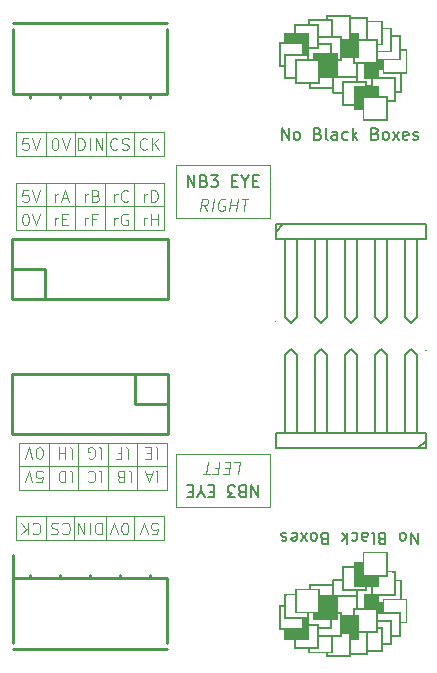
<source format=gto>
G04 #@! TF.GenerationSoftware,KiCad,Pcbnew,8.0.7*
G04 #@! TF.CreationDate,2025-01-23T12:20:57+00:00*
G04 #@! TF.ProjectId,NB3_eye,4e42335f-6579-4652-9e6b-696361645f70,0.0.1*
G04 #@! TF.SameCoordinates,PX56c8cc0PY67f3540*
G04 #@! TF.FileFunction,Legend,Top*
G04 #@! TF.FilePolarity,Positive*
%FSLAX46Y46*%
G04 Gerber Fmt 4.6, Leading zero omitted, Abs format (unit mm)*
G04 Created by KiCad (PCBNEW 8.0.7) date 2025-01-23 12:20:57*
%MOMM*%
%LPD*%
G01*
G04 APERTURE LIST*
%ADD10C,0.100000*%
%ADD11C,0.125000*%
%ADD12C,0.200000*%
%ADD13C,0.254000*%
%ADD14C,0.059995*%
%ADD15C,0.203200*%
%ADD16C,0.000000*%
G04 APERTURE END LIST*
D10*
X15750000Y15250000D02*
X15750000Y17250000D01*
X19250000Y14500000D02*
X27250000Y14500000D01*
X27250000Y10000000D01*
X19250000Y10000000D01*
X19250000Y14500000D01*
X8500000Y-13000000D02*
X8500000Y-9000000D01*
X10750000Y9000000D02*
X10750000Y13000000D01*
X8250000Y9000000D02*
X8250000Y13000000D01*
X16000000Y-13000000D02*
X16000000Y-9000000D01*
X19250000Y-10000000D02*
X27250000Y-10000000D01*
X27250000Y-14500000D01*
X19250000Y-14500000D01*
X19250000Y-10000000D01*
X6000000Y-9000000D02*
X18500000Y-9000000D01*
X18500000Y-13000000D01*
X6000000Y-13000000D01*
X6000000Y-9000000D01*
X10650000Y-15250000D02*
X10650000Y-17250000D01*
X13350000Y15250000D02*
X13350000Y17250000D01*
X15750000Y-15250000D02*
X15750000Y-17250000D01*
X11000000Y-13000000D02*
X11000000Y-9000000D01*
X13250000Y9000000D02*
X13250000Y13000000D01*
X13500000Y-13000000D02*
X13500000Y-9000000D01*
X8250000Y-15250000D02*
X8250000Y-17250000D01*
X15750000Y9000000D02*
X15750000Y13000000D01*
X10700000Y15250000D02*
X10700000Y17250000D01*
X6000000Y-11000000D02*
X18500000Y-11000000D01*
X8250000Y15250000D02*
X8250000Y17250000D01*
X13350000Y-15250000D02*
X13350000Y-17250000D01*
X5750000Y-15250000D02*
X18250000Y-15250000D01*
X18250000Y-17250000D01*
X5750000Y-17250000D01*
X5750000Y-15250000D01*
X5750000Y11000000D02*
X18250000Y11000000D01*
X5750000Y13000000D02*
X18250000Y13000000D01*
X18250000Y9000000D01*
X5750000Y9000000D01*
X5750000Y13000000D01*
X5750000Y17250000D02*
X18250000Y17250000D01*
X18250000Y15250000D01*
X5750000Y15250000D01*
X5750000Y17250000D01*
X17553258Y-9377580D02*
X17648496Y-9425200D01*
X17648496Y-9425200D02*
X17696115Y-9520438D01*
X17696115Y-9520438D02*
X17696115Y-10377580D01*
X17172305Y-9901390D02*
X16838972Y-9901390D01*
X16696115Y-9377580D02*
X17172305Y-9377580D01*
X17172305Y-9377580D02*
X17172305Y-10377580D01*
X17172305Y-10377580D02*
X16696115Y-10377580D01*
X9674687Y-15872819D02*
X9722306Y-15825200D01*
X9722306Y-15825200D02*
X9865163Y-15777580D01*
X9865163Y-15777580D02*
X9960401Y-15777580D01*
X9960401Y-15777580D02*
X10103258Y-15825200D01*
X10103258Y-15825200D02*
X10198496Y-15920438D01*
X10198496Y-15920438D02*
X10246115Y-16015676D01*
X10246115Y-16015676D02*
X10293734Y-16206152D01*
X10293734Y-16206152D02*
X10293734Y-16349009D01*
X10293734Y-16349009D02*
X10246115Y-16539485D01*
X10246115Y-16539485D02*
X10198496Y-16634723D01*
X10198496Y-16634723D02*
X10103258Y-16729961D01*
X10103258Y-16729961D02*
X9960401Y-16777580D01*
X9960401Y-16777580D02*
X9865163Y-16777580D01*
X9865163Y-16777580D02*
X9722306Y-16729961D01*
X9722306Y-16729961D02*
X9674687Y-16682342D01*
X9293734Y-15825200D02*
X9150877Y-15777580D01*
X9150877Y-15777580D02*
X8912782Y-15777580D01*
X8912782Y-15777580D02*
X8817544Y-15825200D01*
X8817544Y-15825200D02*
X8769925Y-15872819D01*
X8769925Y-15872819D02*
X8722306Y-15968057D01*
X8722306Y-15968057D02*
X8722306Y-16063295D01*
X8722306Y-16063295D02*
X8769925Y-16158533D01*
X8769925Y-16158533D02*
X8817544Y-16206152D01*
X8817544Y-16206152D02*
X8912782Y-16253771D01*
X8912782Y-16253771D02*
X9103258Y-16301390D01*
X9103258Y-16301390D02*
X9198496Y-16349009D01*
X9198496Y-16349009D02*
X9246115Y-16396628D01*
X9246115Y-16396628D02*
X9293734Y-16491866D01*
X9293734Y-16491866D02*
X9293734Y-16587104D01*
X9293734Y-16587104D02*
X9246115Y-16682342D01*
X9246115Y-16682342D02*
X9198496Y-16729961D01*
X9198496Y-16729961D02*
X9103258Y-16777580D01*
X9103258Y-16777580D02*
X8865163Y-16777580D01*
X8865163Y-16777580D02*
X8722306Y-16729961D01*
X15005639Y-16777580D02*
X14910401Y-16777580D01*
X14910401Y-16777580D02*
X14815163Y-16729961D01*
X14815163Y-16729961D02*
X14767544Y-16682342D01*
X14767544Y-16682342D02*
X14719925Y-16587104D01*
X14719925Y-16587104D02*
X14672306Y-16396628D01*
X14672306Y-16396628D02*
X14672306Y-16158533D01*
X14672306Y-16158533D02*
X14719925Y-15968057D01*
X14719925Y-15968057D02*
X14767544Y-15872819D01*
X14767544Y-15872819D02*
X14815163Y-15825200D01*
X14815163Y-15825200D02*
X14910401Y-15777580D01*
X14910401Y-15777580D02*
X15005639Y-15777580D01*
X15005639Y-15777580D02*
X15100877Y-15825200D01*
X15100877Y-15825200D02*
X15148496Y-15872819D01*
X15148496Y-15872819D02*
X15196115Y-15968057D01*
X15196115Y-15968057D02*
X15243734Y-16158533D01*
X15243734Y-16158533D02*
X15243734Y-16396628D01*
X15243734Y-16396628D02*
X15196115Y-16587104D01*
X15196115Y-16587104D02*
X15148496Y-16682342D01*
X15148496Y-16682342D02*
X15100877Y-16729961D01*
X15100877Y-16729961D02*
X15005639Y-16777580D01*
X14386591Y-16777580D02*
X14053258Y-15777580D01*
X14053258Y-15777580D02*
X13719925Y-16777580D01*
X6780074Y12377581D02*
X6303884Y12377581D01*
X6303884Y12377581D02*
X6256265Y11901391D01*
X6256265Y11901391D02*
X6303884Y11949010D01*
X6303884Y11949010D02*
X6399122Y11996629D01*
X6399122Y11996629D02*
X6637217Y11996629D01*
X6637217Y11996629D02*
X6732455Y11949010D01*
X6732455Y11949010D02*
X6780074Y11901391D01*
X6780074Y11901391D02*
X6827693Y11806153D01*
X6827693Y11806153D02*
X6827693Y11568058D01*
X6827693Y11568058D02*
X6780074Y11472820D01*
X6780074Y11472820D02*
X6732455Y11425200D01*
X6732455Y11425200D02*
X6637217Y11377581D01*
X6637217Y11377581D02*
X6399122Y11377581D01*
X6399122Y11377581D02*
X6303884Y11425200D01*
X6303884Y11425200D02*
X6256265Y11472820D01*
X7113408Y12377581D02*
X7446741Y11377581D01*
X7446741Y11377581D02*
X7780074Y12377581D01*
X17219925Y-16777580D02*
X17696115Y-16777580D01*
X17696115Y-16777580D02*
X17743734Y-16301390D01*
X17743734Y-16301390D02*
X17696115Y-16349009D01*
X17696115Y-16349009D02*
X17600877Y-16396628D01*
X17600877Y-16396628D02*
X17362782Y-16396628D01*
X17362782Y-16396628D02*
X17267544Y-16349009D01*
X17267544Y-16349009D02*
X17219925Y-16301390D01*
X17219925Y-16301390D02*
X17172306Y-16206152D01*
X17172306Y-16206152D02*
X17172306Y-15968057D01*
X17172306Y-15968057D02*
X17219925Y-15872819D01*
X17219925Y-15872819D02*
X17267544Y-15825200D01*
X17267544Y-15825200D02*
X17362782Y-15777580D01*
X17362782Y-15777580D02*
X17600877Y-15777580D01*
X17600877Y-15777580D02*
X17696115Y-15825200D01*
X17696115Y-15825200D02*
X17743734Y-15872819D01*
X16886591Y-16777580D02*
X16553258Y-15777580D01*
X16553258Y-15777580D02*
X16219925Y-16777580D01*
X8994360Y16777581D02*
X9089598Y16777581D01*
X9089598Y16777581D02*
X9184836Y16729962D01*
X9184836Y16729962D02*
X9232455Y16682343D01*
X9232455Y16682343D02*
X9280074Y16587105D01*
X9280074Y16587105D02*
X9327693Y16396629D01*
X9327693Y16396629D02*
X9327693Y16158534D01*
X9327693Y16158534D02*
X9280074Y15968058D01*
X9280074Y15968058D02*
X9232455Y15872820D01*
X9232455Y15872820D02*
X9184836Y15825200D01*
X9184836Y15825200D02*
X9089598Y15777581D01*
X9089598Y15777581D02*
X8994360Y15777581D01*
X8994360Y15777581D02*
X8899122Y15825200D01*
X8899122Y15825200D02*
X8851503Y15872820D01*
X8851503Y15872820D02*
X8803884Y15968058D01*
X8803884Y15968058D02*
X8756265Y16158534D01*
X8756265Y16158534D02*
X8756265Y16396629D01*
X8756265Y16396629D02*
X8803884Y16587105D01*
X8803884Y16587105D02*
X8851503Y16682343D01*
X8851503Y16682343D02*
X8899122Y16729962D01*
X8899122Y16729962D02*
X8994360Y16777581D01*
X9613408Y16777581D02*
X9946741Y15777581D01*
X9946741Y15777581D02*
X10280074Y16777581D01*
X11003884Y15777581D02*
X11003884Y16777581D01*
X11003884Y16777581D02*
X11241979Y16777581D01*
X11241979Y16777581D02*
X11384836Y16729962D01*
X11384836Y16729962D02*
X11480074Y16634724D01*
X11480074Y16634724D02*
X11527693Y16539486D01*
X11527693Y16539486D02*
X11575312Y16349010D01*
X11575312Y16349010D02*
X11575312Y16206153D01*
X11575312Y16206153D02*
X11527693Y16015677D01*
X11527693Y16015677D02*
X11480074Y15920439D01*
X11480074Y15920439D02*
X11384836Y15825200D01*
X11384836Y15825200D02*
X11241979Y15777581D01*
X11241979Y15777581D02*
X11003884Y15777581D01*
X12003884Y15777581D02*
X12003884Y16777581D01*
X12480074Y15777581D02*
X12480074Y16777581D01*
X12480074Y16777581D02*
X13051502Y15777581D01*
X13051502Y15777581D02*
X13051502Y16777581D01*
X16825312Y15872820D02*
X16777693Y15825200D01*
X16777693Y15825200D02*
X16634836Y15777581D01*
X16634836Y15777581D02*
X16539598Y15777581D01*
X16539598Y15777581D02*
X16396741Y15825200D01*
X16396741Y15825200D02*
X16301503Y15920439D01*
X16301503Y15920439D02*
X16253884Y16015677D01*
X16253884Y16015677D02*
X16206265Y16206153D01*
X16206265Y16206153D02*
X16206265Y16349010D01*
X16206265Y16349010D02*
X16253884Y16539486D01*
X16253884Y16539486D02*
X16301503Y16634724D01*
X16301503Y16634724D02*
X16396741Y16729962D01*
X16396741Y16729962D02*
X16539598Y16777581D01*
X16539598Y16777581D02*
X16634836Y16777581D01*
X16634836Y16777581D02*
X16777693Y16729962D01*
X16777693Y16729962D02*
X16825312Y16682343D01*
X17253884Y15777581D02*
X17253884Y16777581D01*
X17825312Y15777581D02*
X17396741Y16349010D01*
X17825312Y16777581D02*
X17253884Y16206153D01*
D11*
X21910714Y10628881D02*
X21636904Y11105072D01*
X21339285Y10628881D02*
X21464285Y11628881D01*
X21464285Y11628881D02*
X21845238Y11628881D01*
X21845238Y11628881D02*
X21934523Y11581262D01*
X21934523Y11581262D02*
X21976190Y11533643D01*
X21976190Y11533643D02*
X22011904Y11438405D01*
X22011904Y11438405D02*
X21994047Y11295548D01*
X21994047Y11295548D02*
X21934523Y11200310D01*
X21934523Y11200310D02*
X21880952Y11152691D01*
X21880952Y11152691D02*
X21779762Y11105072D01*
X21779762Y11105072D02*
X21398809Y11105072D01*
X22339285Y10628881D02*
X22464285Y11628881D01*
X23458333Y11581262D02*
X23369047Y11628881D01*
X23369047Y11628881D02*
X23226190Y11628881D01*
X23226190Y11628881D02*
X23077380Y11581262D01*
X23077380Y11581262D02*
X22970237Y11486024D01*
X22970237Y11486024D02*
X22910713Y11390786D01*
X22910713Y11390786D02*
X22839285Y11200310D01*
X22839285Y11200310D02*
X22821428Y11057453D01*
X22821428Y11057453D02*
X22845237Y10866977D01*
X22845237Y10866977D02*
X22880952Y10771739D01*
X22880952Y10771739D02*
X22964285Y10676500D01*
X22964285Y10676500D02*
X23101190Y10628881D01*
X23101190Y10628881D02*
X23196428Y10628881D01*
X23196428Y10628881D02*
X23345237Y10676500D01*
X23345237Y10676500D02*
X23398809Y10724120D01*
X23398809Y10724120D02*
X23440475Y11057453D01*
X23440475Y11057453D02*
X23249999Y11057453D01*
X23815475Y10628881D02*
X23940475Y11628881D01*
X23880952Y11152691D02*
X24452380Y11152691D01*
X24386904Y10628881D02*
X24511904Y11628881D01*
X24845237Y11628881D02*
X25416666Y11628881D01*
X25005952Y10628881D02*
X25130952Y11628881D01*
D10*
X16553884Y9377581D02*
X16553884Y10044248D01*
X16553884Y9853772D02*
X16601503Y9949010D01*
X16601503Y9949010D02*
X16649122Y9996629D01*
X16649122Y9996629D02*
X16744360Y10044248D01*
X16744360Y10044248D02*
X16839598Y10044248D01*
X17172932Y9377581D02*
X17172932Y10377581D01*
X17172932Y9901391D02*
X17744360Y9901391D01*
X17744360Y9377581D02*
X17744360Y10377581D01*
D12*
X39738095Y-16632780D02*
X39738095Y-17632780D01*
X39738095Y-17632780D02*
X39166667Y-16632780D01*
X39166667Y-16632780D02*
X39166667Y-17632780D01*
X38547619Y-16632780D02*
X38642857Y-16680400D01*
X38642857Y-16680400D02*
X38690476Y-16728019D01*
X38690476Y-16728019D02*
X38738095Y-16823257D01*
X38738095Y-16823257D02*
X38738095Y-17108971D01*
X38738095Y-17108971D02*
X38690476Y-17204209D01*
X38690476Y-17204209D02*
X38642857Y-17251828D01*
X38642857Y-17251828D02*
X38547619Y-17299447D01*
X38547619Y-17299447D02*
X38404762Y-17299447D01*
X38404762Y-17299447D02*
X38309524Y-17251828D01*
X38309524Y-17251828D02*
X38261905Y-17204209D01*
X38261905Y-17204209D02*
X38214286Y-17108971D01*
X38214286Y-17108971D02*
X38214286Y-16823257D01*
X38214286Y-16823257D02*
X38261905Y-16728019D01*
X38261905Y-16728019D02*
X38309524Y-16680400D01*
X38309524Y-16680400D02*
X38404762Y-16632780D01*
X38404762Y-16632780D02*
X38547619Y-16632780D01*
X36690476Y-17156590D02*
X36547619Y-17108971D01*
X36547619Y-17108971D02*
X36500000Y-17061352D01*
X36500000Y-17061352D02*
X36452381Y-16966114D01*
X36452381Y-16966114D02*
X36452381Y-16823257D01*
X36452381Y-16823257D02*
X36500000Y-16728019D01*
X36500000Y-16728019D02*
X36547619Y-16680400D01*
X36547619Y-16680400D02*
X36642857Y-16632780D01*
X36642857Y-16632780D02*
X37023809Y-16632780D01*
X37023809Y-16632780D02*
X37023809Y-17632780D01*
X37023809Y-17632780D02*
X36690476Y-17632780D01*
X36690476Y-17632780D02*
X36595238Y-17585161D01*
X36595238Y-17585161D02*
X36547619Y-17537542D01*
X36547619Y-17537542D02*
X36500000Y-17442304D01*
X36500000Y-17442304D02*
X36500000Y-17347066D01*
X36500000Y-17347066D02*
X36547619Y-17251828D01*
X36547619Y-17251828D02*
X36595238Y-17204209D01*
X36595238Y-17204209D02*
X36690476Y-17156590D01*
X36690476Y-17156590D02*
X37023809Y-17156590D01*
X35880952Y-16632780D02*
X35976190Y-16680400D01*
X35976190Y-16680400D02*
X36023809Y-16775638D01*
X36023809Y-16775638D02*
X36023809Y-17632780D01*
X35071428Y-16632780D02*
X35071428Y-17156590D01*
X35071428Y-17156590D02*
X35119047Y-17251828D01*
X35119047Y-17251828D02*
X35214285Y-17299447D01*
X35214285Y-17299447D02*
X35404761Y-17299447D01*
X35404761Y-17299447D02*
X35499999Y-17251828D01*
X35071428Y-16680400D02*
X35166666Y-16632780D01*
X35166666Y-16632780D02*
X35404761Y-16632780D01*
X35404761Y-16632780D02*
X35499999Y-16680400D01*
X35499999Y-16680400D02*
X35547618Y-16775638D01*
X35547618Y-16775638D02*
X35547618Y-16870876D01*
X35547618Y-16870876D02*
X35499999Y-16966114D01*
X35499999Y-16966114D02*
X35404761Y-17013733D01*
X35404761Y-17013733D02*
X35166666Y-17013733D01*
X35166666Y-17013733D02*
X35071428Y-17061352D01*
X34166666Y-16680400D02*
X34261904Y-16632780D01*
X34261904Y-16632780D02*
X34452380Y-16632780D01*
X34452380Y-16632780D02*
X34547618Y-16680400D01*
X34547618Y-16680400D02*
X34595237Y-16728019D01*
X34595237Y-16728019D02*
X34642856Y-16823257D01*
X34642856Y-16823257D02*
X34642856Y-17108971D01*
X34642856Y-17108971D02*
X34595237Y-17204209D01*
X34595237Y-17204209D02*
X34547618Y-17251828D01*
X34547618Y-17251828D02*
X34452380Y-17299447D01*
X34452380Y-17299447D02*
X34261904Y-17299447D01*
X34261904Y-17299447D02*
X34166666Y-17251828D01*
X33738094Y-16632780D02*
X33738094Y-17632780D01*
X33642856Y-17013733D02*
X33357142Y-16632780D01*
X33357142Y-17299447D02*
X33738094Y-16918495D01*
X31833332Y-17156590D02*
X31690475Y-17108971D01*
X31690475Y-17108971D02*
X31642856Y-17061352D01*
X31642856Y-17061352D02*
X31595237Y-16966114D01*
X31595237Y-16966114D02*
X31595237Y-16823257D01*
X31595237Y-16823257D02*
X31642856Y-16728019D01*
X31642856Y-16728019D02*
X31690475Y-16680400D01*
X31690475Y-16680400D02*
X31785713Y-16632780D01*
X31785713Y-16632780D02*
X32166665Y-16632780D01*
X32166665Y-16632780D02*
X32166665Y-17632780D01*
X32166665Y-17632780D02*
X31833332Y-17632780D01*
X31833332Y-17632780D02*
X31738094Y-17585161D01*
X31738094Y-17585161D02*
X31690475Y-17537542D01*
X31690475Y-17537542D02*
X31642856Y-17442304D01*
X31642856Y-17442304D02*
X31642856Y-17347066D01*
X31642856Y-17347066D02*
X31690475Y-17251828D01*
X31690475Y-17251828D02*
X31738094Y-17204209D01*
X31738094Y-17204209D02*
X31833332Y-17156590D01*
X31833332Y-17156590D02*
X32166665Y-17156590D01*
X31023808Y-16632780D02*
X31119046Y-16680400D01*
X31119046Y-16680400D02*
X31166665Y-16728019D01*
X31166665Y-16728019D02*
X31214284Y-16823257D01*
X31214284Y-16823257D02*
X31214284Y-17108971D01*
X31214284Y-17108971D02*
X31166665Y-17204209D01*
X31166665Y-17204209D02*
X31119046Y-17251828D01*
X31119046Y-17251828D02*
X31023808Y-17299447D01*
X31023808Y-17299447D02*
X30880951Y-17299447D01*
X30880951Y-17299447D02*
X30785713Y-17251828D01*
X30785713Y-17251828D02*
X30738094Y-17204209D01*
X30738094Y-17204209D02*
X30690475Y-17108971D01*
X30690475Y-17108971D02*
X30690475Y-16823257D01*
X30690475Y-16823257D02*
X30738094Y-16728019D01*
X30738094Y-16728019D02*
X30785713Y-16680400D01*
X30785713Y-16680400D02*
X30880951Y-16632780D01*
X30880951Y-16632780D02*
X31023808Y-16632780D01*
X30357141Y-16632780D02*
X29833332Y-17299447D01*
X30357141Y-17299447D02*
X29833332Y-16632780D01*
X29071427Y-16680400D02*
X29166665Y-16632780D01*
X29166665Y-16632780D02*
X29357141Y-16632780D01*
X29357141Y-16632780D02*
X29452379Y-16680400D01*
X29452379Y-16680400D02*
X29499998Y-16775638D01*
X29499998Y-16775638D02*
X29499998Y-17156590D01*
X29499998Y-17156590D02*
X29452379Y-17251828D01*
X29452379Y-17251828D02*
X29357141Y-17299447D01*
X29357141Y-17299447D02*
X29166665Y-17299447D01*
X29166665Y-17299447D02*
X29071427Y-17251828D01*
X29071427Y-17251828D02*
X29023808Y-17156590D01*
X29023808Y-17156590D02*
X29023808Y-17061352D01*
X29023808Y-17061352D02*
X29499998Y-16966114D01*
X28642855Y-16680400D02*
X28547617Y-16632780D01*
X28547617Y-16632780D02*
X28357141Y-16632780D01*
X28357141Y-16632780D02*
X28261903Y-16680400D01*
X28261903Y-16680400D02*
X28214284Y-16775638D01*
X28214284Y-16775638D02*
X28214284Y-16823257D01*
X28214284Y-16823257D02*
X28261903Y-16918495D01*
X28261903Y-16918495D02*
X28357141Y-16966114D01*
X28357141Y-16966114D02*
X28499998Y-16966114D01*
X28499998Y-16966114D02*
X28595236Y-17013733D01*
X28595236Y-17013733D02*
X28642855Y-17108971D01*
X28642855Y-17108971D02*
X28642855Y-17156590D01*
X28642855Y-17156590D02*
X28595236Y-17251828D01*
X28595236Y-17251828D02*
X28499998Y-17299447D01*
X28499998Y-17299447D02*
X28357141Y-17299447D01*
X28357141Y-17299447D02*
X28261903Y-17251828D01*
D10*
X7755639Y-10377580D02*
X7660401Y-10377580D01*
X7660401Y-10377580D02*
X7565163Y-10329961D01*
X7565163Y-10329961D02*
X7517544Y-10282342D01*
X7517544Y-10282342D02*
X7469925Y-10187104D01*
X7469925Y-10187104D02*
X7422306Y-9996628D01*
X7422306Y-9996628D02*
X7422306Y-9758533D01*
X7422306Y-9758533D02*
X7469925Y-9568057D01*
X7469925Y-9568057D02*
X7517544Y-9472819D01*
X7517544Y-9472819D02*
X7565163Y-9425200D01*
X7565163Y-9425200D02*
X7660401Y-9377580D01*
X7660401Y-9377580D02*
X7755639Y-9377580D01*
X7755639Y-9377580D02*
X7850877Y-9425200D01*
X7850877Y-9425200D02*
X7898496Y-9472819D01*
X7898496Y-9472819D02*
X7946115Y-9568057D01*
X7946115Y-9568057D02*
X7993734Y-9758533D01*
X7993734Y-9758533D02*
X7993734Y-9996628D01*
X7993734Y-9996628D02*
X7946115Y-10187104D01*
X7946115Y-10187104D02*
X7898496Y-10282342D01*
X7898496Y-10282342D02*
X7850877Y-10329961D01*
X7850877Y-10329961D02*
X7755639Y-10377580D01*
X7136591Y-10377580D02*
X6803258Y-9377580D01*
X6803258Y-9377580D02*
X6469925Y-10377580D01*
X17553258Y-11377580D02*
X17648496Y-11425200D01*
X17648496Y-11425200D02*
X17696115Y-11520438D01*
X17696115Y-11520438D02*
X17696115Y-12377580D01*
X17219924Y-11663295D02*
X16743734Y-11663295D01*
X17315162Y-11377580D02*
X16981829Y-12377580D01*
X16981829Y-12377580D02*
X16648496Y-11377580D01*
X14325312Y15872820D02*
X14277693Y15825200D01*
X14277693Y15825200D02*
X14134836Y15777581D01*
X14134836Y15777581D02*
X14039598Y15777581D01*
X14039598Y15777581D02*
X13896741Y15825200D01*
X13896741Y15825200D02*
X13801503Y15920439D01*
X13801503Y15920439D02*
X13753884Y16015677D01*
X13753884Y16015677D02*
X13706265Y16206153D01*
X13706265Y16206153D02*
X13706265Y16349010D01*
X13706265Y16349010D02*
X13753884Y16539486D01*
X13753884Y16539486D02*
X13801503Y16634724D01*
X13801503Y16634724D02*
X13896741Y16729962D01*
X13896741Y16729962D02*
X14039598Y16777581D01*
X14039598Y16777581D02*
X14134836Y16777581D01*
X14134836Y16777581D02*
X14277693Y16729962D01*
X14277693Y16729962D02*
X14325312Y16682343D01*
X14706265Y15825200D02*
X14849122Y15777581D01*
X14849122Y15777581D02*
X15087217Y15777581D01*
X15087217Y15777581D02*
X15182455Y15825200D01*
X15182455Y15825200D02*
X15230074Y15872820D01*
X15230074Y15872820D02*
X15277693Y15968058D01*
X15277693Y15968058D02*
X15277693Y16063296D01*
X15277693Y16063296D02*
X15230074Y16158534D01*
X15230074Y16158534D02*
X15182455Y16206153D01*
X15182455Y16206153D02*
X15087217Y16253772D01*
X15087217Y16253772D02*
X14896741Y16301391D01*
X14896741Y16301391D02*
X14801503Y16349010D01*
X14801503Y16349010D02*
X14753884Y16396629D01*
X14753884Y16396629D02*
X14706265Y16491867D01*
X14706265Y16491867D02*
X14706265Y16587105D01*
X14706265Y16587105D02*
X14753884Y16682343D01*
X14753884Y16682343D02*
X14801503Y16729962D01*
X14801503Y16729962D02*
X14896741Y16777581D01*
X14896741Y16777581D02*
X15134836Y16777581D01*
X15134836Y16777581D02*
X15277693Y16729962D01*
D12*
X26226190Y-12632780D02*
X26226190Y-13632780D01*
X26226190Y-13632780D02*
X25654762Y-12632780D01*
X25654762Y-12632780D02*
X25654762Y-13632780D01*
X24845238Y-13156590D02*
X24702381Y-13108971D01*
X24702381Y-13108971D02*
X24654762Y-13061352D01*
X24654762Y-13061352D02*
X24607143Y-12966114D01*
X24607143Y-12966114D02*
X24607143Y-12823257D01*
X24607143Y-12823257D02*
X24654762Y-12728019D01*
X24654762Y-12728019D02*
X24702381Y-12680400D01*
X24702381Y-12680400D02*
X24797619Y-12632780D01*
X24797619Y-12632780D02*
X25178571Y-12632780D01*
X25178571Y-12632780D02*
X25178571Y-13632780D01*
X25178571Y-13632780D02*
X24845238Y-13632780D01*
X24845238Y-13632780D02*
X24750000Y-13585161D01*
X24750000Y-13585161D02*
X24702381Y-13537542D01*
X24702381Y-13537542D02*
X24654762Y-13442304D01*
X24654762Y-13442304D02*
X24654762Y-13347066D01*
X24654762Y-13347066D02*
X24702381Y-13251828D01*
X24702381Y-13251828D02*
X24750000Y-13204209D01*
X24750000Y-13204209D02*
X24845238Y-13156590D01*
X24845238Y-13156590D02*
X25178571Y-13156590D01*
X24273809Y-13632780D02*
X23654762Y-13632780D01*
X23654762Y-13632780D02*
X23988095Y-13251828D01*
X23988095Y-13251828D02*
X23845238Y-13251828D01*
X23845238Y-13251828D02*
X23750000Y-13204209D01*
X23750000Y-13204209D02*
X23702381Y-13156590D01*
X23702381Y-13156590D02*
X23654762Y-13061352D01*
X23654762Y-13061352D02*
X23654762Y-12823257D01*
X23654762Y-12823257D02*
X23702381Y-12728019D01*
X23702381Y-12728019D02*
X23750000Y-12680400D01*
X23750000Y-12680400D02*
X23845238Y-12632780D01*
X23845238Y-12632780D02*
X24130952Y-12632780D01*
X24130952Y-12632780D02*
X24226190Y-12680400D01*
X24226190Y-12680400D02*
X24273809Y-12728019D01*
X22464285Y-13156590D02*
X22130952Y-13156590D01*
X21988095Y-12632780D02*
X22464285Y-12632780D01*
X22464285Y-12632780D02*
X22464285Y-13632780D01*
X22464285Y-13632780D02*
X21988095Y-13632780D01*
X21369047Y-13108971D02*
X21369047Y-12632780D01*
X21702380Y-13632780D02*
X21369047Y-13108971D01*
X21369047Y-13108971D02*
X21035714Y-13632780D01*
X20702380Y-13156590D02*
X20369047Y-13156590D01*
X20226190Y-12632780D02*
X20702380Y-12632780D01*
X20702380Y-12632780D02*
X20702380Y-13632780D01*
X20702380Y-13632780D02*
X20226190Y-13632780D01*
D10*
X15303258Y-11377580D02*
X15398496Y-11425200D01*
X15398496Y-11425200D02*
X15446115Y-11520438D01*
X15446115Y-11520438D02*
X15446115Y-12377580D01*
X14588972Y-11901390D02*
X14446115Y-11853771D01*
X14446115Y-11853771D02*
X14398496Y-11806152D01*
X14398496Y-11806152D02*
X14350877Y-11710914D01*
X14350877Y-11710914D02*
X14350877Y-11568057D01*
X14350877Y-11568057D02*
X14398496Y-11472819D01*
X14398496Y-11472819D02*
X14446115Y-11425200D01*
X14446115Y-11425200D02*
X14541353Y-11377580D01*
X14541353Y-11377580D02*
X14922305Y-11377580D01*
X14922305Y-11377580D02*
X14922305Y-12377580D01*
X14922305Y-12377580D02*
X14588972Y-12377580D01*
X14588972Y-12377580D02*
X14493734Y-12329961D01*
X14493734Y-12329961D02*
X14446115Y-12282342D01*
X14446115Y-12282342D02*
X14398496Y-12187104D01*
X14398496Y-12187104D02*
X14398496Y-12091866D01*
X14398496Y-12091866D02*
X14446115Y-11996628D01*
X14446115Y-11996628D02*
X14493734Y-11949009D01*
X14493734Y-11949009D02*
X14588972Y-11901390D01*
X14588972Y-11901390D02*
X14922305Y-11901390D01*
X14053884Y9377581D02*
X14053884Y10044248D01*
X14053884Y9853772D02*
X14101503Y9949010D01*
X14101503Y9949010D02*
X14149122Y9996629D01*
X14149122Y9996629D02*
X14244360Y10044248D01*
X14244360Y10044248D02*
X14339598Y10044248D01*
X15196741Y10329962D02*
X15101503Y10377581D01*
X15101503Y10377581D02*
X14958646Y10377581D01*
X14958646Y10377581D02*
X14815789Y10329962D01*
X14815789Y10329962D02*
X14720551Y10234724D01*
X14720551Y10234724D02*
X14672932Y10139486D01*
X14672932Y10139486D02*
X14625313Y9949010D01*
X14625313Y9949010D02*
X14625313Y9806153D01*
X14625313Y9806153D02*
X14672932Y9615677D01*
X14672932Y9615677D02*
X14720551Y9520439D01*
X14720551Y9520439D02*
X14815789Y9425200D01*
X14815789Y9425200D02*
X14958646Y9377581D01*
X14958646Y9377581D02*
X15053884Y9377581D01*
X15053884Y9377581D02*
X15196741Y9425200D01*
X15196741Y9425200D02*
X15244360Y9472820D01*
X15244360Y9472820D02*
X15244360Y9806153D01*
X15244360Y9806153D02*
X15053884Y9806153D01*
X14053884Y11377581D02*
X14053884Y12044248D01*
X14053884Y11853772D02*
X14101503Y11949010D01*
X14101503Y11949010D02*
X14149122Y11996629D01*
X14149122Y11996629D02*
X14244360Y12044248D01*
X14244360Y12044248D02*
X14339598Y12044248D01*
X15244360Y11472820D02*
X15196741Y11425200D01*
X15196741Y11425200D02*
X15053884Y11377581D01*
X15053884Y11377581D02*
X14958646Y11377581D01*
X14958646Y11377581D02*
X14815789Y11425200D01*
X14815789Y11425200D02*
X14720551Y11520439D01*
X14720551Y11520439D02*
X14672932Y11615677D01*
X14672932Y11615677D02*
X14625313Y11806153D01*
X14625313Y11806153D02*
X14625313Y11949010D01*
X14625313Y11949010D02*
X14672932Y12139486D01*
X14672932Y12139486D02*
X14720551Y12234724D01*
X14720551Y12234724D02*
X14815789Y12329962D01*
X14815789Y12329962D02*
X14958646Y12377581D01*
X14958646Y12377581D02*
X15053884Y12377581D01*
X15053884Y12377581D02*
X15196741Y12329962D01*
X15196741Y12329962D02*
X15244360Y12282343D01*
X7469925Y-12377580D02*
X7946115Y-12377580D01*
X7946115Y-12377580D02*
X7993734Y-11901390D01*
X7993734Y-11901390D02*
X7946115Y-11949009D01*
X7946115Y-11949009D02*
X7850877Y-11996628D01*
X7850877Y-11996628D02*
X7612782Y-11996628D01*
X7612782Y-11996628D02*
X7517544Y-11949009D01*
X7517544Y-11949009D02*
X7469925Y-11901390D01*
X7469925Y-11901390D02*
X7422306Y-11806152D01*
X7422306Y-11806152D02*
X7422306Y-11568057D01*
X7422306Y-11568057D02*
X7469925Y-11472819D01*
X7469925Y-11472819D02*
X7517544Y-11425200D01*
X7517544Y-11425200D02*
X7612782Y-11377580D01*
X7612782Y-11377580D02*
X7850877Y-11377580D01*
X7850877Y-11377580D02*
X7946115Y-11425200D01*
X7946115Y-11425200D02*
X7993734Y-11472819D01*
X7136591Y-12377580D02*
X6803258Y-11377580D01*
X6803258Y-11377580D02*
X6469925Y-12377580D01*
D12*
X28261904Y16632781D02*
X28261904Y17632781D01*
X28261904Y17632781D02*
X28833332Y16632781D01*
X28833332Y16632781D02*
X28833332Y17632781D01*
X29452380Y16632781D02*
X29357142Y16680400D01*
X29357142Y16680400D02*
X29309523Y16728020D01*
X29309523Y16728020D02*
X29261904Y16823258D01*
X29261904Y16823258D02*
X29261904Y17108972D01*
X29261904Y17108972D02*
X29309523Y17204210D01*
X29309523Y17204210D02*
X29357142Y17251829D01*
X29357142Y17251829D02*
X29452380Y17299448D01*
X29452380Y17299448D02*
X29595237Y17299448D01*
X29595237Y17299448D02*
X29690475Y17251829D01*
X29690475Y17251829D02*
X29738094Y17204210D01*
X29738094Y17204210D02*
X29785713Y17108972D01*
X29785713Y17108972D02*
X29785713Y16823258D01*
X29785713Y16823258D02*
X29738094Y16728020D01*
X29738094Y16728020D02*
X29690475Y16680400D01*
X29690475Y16680400D02*
X29595237Y16632781D01*
X29595237Y16632781D02*
X29452380Y16632781D01*
X31309523Y17156591D02*
X31452380Y17108972D01*
X31452380Y17108972D02*
X31499999Y17061353D01*
X31499999Y17061353D02*
X31547618Y16966115D01*
X31547618Y16966115D02*
X31547618Y16823258D01*
X31547618Y16823258D02*
X31499999Y16728020D01*
X31499999Y16728020D02*
X31452380Y16680400D01*
X31452380Y16680400D02*
X31357142Y16632781D01*
X31357142Y16632781D02*
X30976190Y16632781D01*
X30976190Y16632781D02*
X30976190Y17632781D01*
X30976190Y17632781D02*
X31309523Y17632781D01*
X31309523Y17632781D02*
X31404761Y17585162D01*
X31404761Y17585162D02*
X31452380Y17537543D01*
X31452380Y17537543D02*
X31499999Y17442305D01*
X31499999Y17442305D02*
X31499999Y17347067D01*
X31499999Y17347067D02*
X31452380Y17251829D01*
X31452380Y17251829D02*
X31404761Y17204210D01*
X31404761Y17204210D02*
X31309523Y17156591D01*
X31309523Y17156591D02*
X30976190Y17156591D01*
X32119047Y16632781D02*
X32023809Y16680400D01*
X32023809Y16680400D02*
X31976190Y16775639D01*
X31976190Y16775639D02*
X31976190Y17632781D01*
X32928571Y16632781D02*
X32928571Y17156591D01*
X32928571Y17156591D02*
X32880952Y17251829D01*
X32880952Y17251829D02*
X32785714Y17299448D01*
X32785714Y17299448D02*
X32595238Y17299448D01*
X32595238Y17299448D02*
X32500000Y17251829D01*
X32928571Y16680400D02*
X32833333Y16632781D01*
X32833333Y16632781D02*
X32595238Y16632781D01*
X32595238Y16632781D02*
X32500000Y16680400D01*
X32500000Y16680400D02*
X32452381Y16775639D01*
X32452381Y16775639D02*
X32452381Y16870877D01*
X32452381Y16870877D02*
X32500000Y16966115D01*
X32500000Y16966115D02*
X32595238Y17013734D01*
X32595238Y17013734D02*
X32833333Y17013734D01*
X32833333Y17013734D02*
X32928571Y17061353D01*
X33833333Y16680400D02*
X33738095Y16632781D01*
X33738095Y16632781D02*
X33547619Y16632781D01*
X33547619Y16632781D02*
X33452381Y16680400D01*
X33452381Y16680400D02*
X33404762Y16728020D01*
X33404762Y16728020D02*
X33357143Y16823258D01*
X33357143Y16823258D02*
X33357143Y17108972D01*
X33357143Y17108972D02*
X33404762Y17204210D01*
X33404762Y17204210D02*
X33452381Y17251829D01*
X33452381Y17251829D02*
X33547619Y17299448D01*
X33547619Y17299448D02*
X33738095Y17299448D01*
X33738095Y17299448D02*
X33833333Y17251829D01*
X34261905Y16632781D02*
X34261905Y17632781D01*
X34357143Y17013734D02*
X34642857Y16632781D01*
X34642857Y17299448D02*
X34261905Y16918496D01*
X36166667Y17156591D02*
X36309524Y17108972D01*
X36309524Y17108972D02*
X36357143Y17061353D01*
X36357143Y17061353D02*
X36404762Y16966115D01*
X36404762Y16966115D02*
X36404762Y16823258D01*
X36404762Y16823258D02*
X36357143Y16728020D01*
X36357143Y16728020D02*
X36309524Y16680400D01*
X36309524Y16680400D02*
X36214286Y16632781D01*
X36214286Y16632781D02*
X35833334Y16632781D01*
X35833334Y16632781D02*
X35833334Y17632781D01*
X35833334Y17632781D02*
X36166667Y17632781D01*
X36166667Y17632781D02*
X36261905Y17585162D01*
X36261905Y17585162D02*
X36309524Y17537543D01*
X36309524Y17537543D02*
X36357143Y17442305D01*
X36357143Y17442305D02*
X36357143Y17347067D01*
X36357143Y17347067D02*
X36309524Y17251829D01*
X36309524Y17251829D02*
X36261905Y17204210D01*
X36261905Y17204210D02*
X36166667Y17156591D01*
X36166667Y17156591D02*
X35833334Y17156591D01*
X36976191Y16632781D02*
X36880953Y16680400D01*
X36880953Y16680400D02*
X36833334Y16728020D01*
X36833334Y16728020D02*
X36785715Y16823258D01*
X36785715Y16823258D02*
X36785715Y17108972D01*
X36785715Y17108972D02*
X36833334Y17204210D01*
X36833334Y17204210D02*
X36880953Y17251829D01*
X36880953Y17251829D02*
X36976191Y17299448D01*
X36976191Y17299448D02*
X37119048Y17299448D01*
X37119048Y17299448D02*
X37214286Y17251829D01*
X37214286Y17251829D02*
X37261905Y17204210D01*
X37261905Y17204210D02*
X37309524Y17108972D01*
X37309524Y17108972D02*
X37309524Y16823258D01*
X37309524Y16823258D02*
X37261905Y16728020D01*
X37261905Y16728020D02*
X37214286Y16680400D01*
X37214286Y16680400D02*
X37119048Y16632781D01*
X37119048Y16632781D02*
X36976191Y16632781D01*
X37642858Y16632781D02*
X38166667Y17299448D01*
X37642858Y17299448D02*
X38166667Y16632781D01*
X38928572Y16680400D02*
X38833334Y16632781D01*
X38833334Y16632781D02*
X38642858Y16632781D01*
X38642858Y16632781D02*
X38547620Y16680400D01*
X38547620Y16680400D02*
X38500001Y16775639D01*
X38500001Y16775639D02*
X38500001Y17156591D01*
X38500001Y17156591D02*
X38547620Y17251829D01*
X38547620Y17251829D02*
X38642858Y17299448D01*
X38642858Y17299448D02*
X38833334Y17299448D01*
X38833334Y17299448D02*
X38928572Y17251829D01*
X38928572Y17251829D02*
X38976191Y17156591D01*
X38976191Y17156591D02*
X38976191Y17061353D01*
X38976191Y17061353D02*
X38500001Y16966115D01*
X39357144Y16680400D02*
X39452382Y16632781D01*
X39452382Y16632781D02*
X39642858Y16632781D01*
X39642858Y16632781D02*
X39738096Y16680400D01*
X39738096Y16680400D02*
X39785715Y16775639D01*
X39785715Y16775639D02*
X39785715Y16823258D01*
X39785715Y16823258D02*
X39738096Y16918496D01*
X39738096Y16918496D02*
X39642858Y16966115D01*
X39642858Y16966115D02*
X39500001Y16966115D01*
X39500001Y16966115D02*
X39404763Y17013734D01*
X39404763Y17013734D02*
X39357144Y17108972D01*
X39357144Y17108972D02*
X39357144Y17156591D01*
X39357144Y17156591D02*
X39404763Y17251829D01*
X39404763Y17251829D02*
X39500001Y17299448D01*
X39500001Y17299448D02*
X39642858Y17299448D01*
X39642858Y17299448D02*
X39738096Y17251829D01*
D10*
X11553884Y11377581D02*
X11553884Y12044248D01*
X11553884Y11853772D02*
X11601503Y11949010D01*
X11601503Y11949010D02*
X11649122Y11996629D01*
X11649122Y11996629D02*
X11744360Y12044248D01*
X11744360Y12044248D02*
X11839598Y12044248D01*
X12506265Y11901391D02*
X12649122Y11853772D01*
X12649122Y11853772D02*
X12696741Y11806153D01*
X12696741Y11806153D02*
X12744360Y11710915D01*
X12744360Y11710915D02*
X12744360Y11568058D01*
X12744360Y11568058D02*
X12696741Y11472820D01*
X12696741Y11472820D02*
X12649122Y11425200D01*
X12649122Y11425200D02*
X12553884Y11377581D01*
X12553884Y11377581D02*
X12172932Y11377581D01*
X12172932Y11377581D02*
X12172932Y12377581D01*
X12172932Y12377581D02*
X12506265Y12377581D01*
X12506265Y12377581D02*
X12601503Y12329962D01*
X12601503Y12329962D02*
X12649122Y12282343D01*
X12649122Y12282343D02*
X12696741Y12187105D01*
X12696741Y12187105D02*
X12696741Y12091867D01*
X12696741Y12091867D02*
X12649122Y11996629D01*
X12649122Y11996629D02*
X12601503Y11949010D01*
X12601503Y11949010D02*
X12506265Y11901391D01*
X12506265Y11901391D02*
X12172932Y11901391D01*
X7174687Y-15872819D02*
X7222306Y-15825200D01*
X7222306Y-15825200D02*
X7365163Y-15777580D01*
X7365163Y-15777580D02*
X7460401Y-15777580D01*
X7460401Y-15777580D02*
X7603258Y-15825200D01*
X7603258Y-15825200D02*
X7698496Y-15920438D01*
X7698496Y-15920438D02*
X7746115Y-16015676D01*
X7746115Y-16015676D02*
X7793734Y-16206152D01*
X7793734Y-16206152D02*
X7793734Y-16349009D01*
X7793734Y-16349009D02*
X7746115Y-16539485D01*
X7746115Y-16539485D02*
X7698496Y-16634723D01*
X7698496Y-16634723D02*
X7603258Y-16729961D01*
X7603258Y-16729961D02*
X7460401Y-16777580D01*
X7460401Y-16777580D02*
X7365163Y-16777580D01*
X7365163Y-16777580D02*
X7222306Y-16729961D01*
X7222306Y-16729961D02*
X7174687Y-16682342D01*
X6746115Y-15777580D02*
X6746115Y-16777580D01*
X6174687Y-15777580D02*
X6603258Y-16349009D01*
X6174687Y-16777580D02*
X6746115Y-16206152D01*
X12996115Y-15777580D02*
X12996115Y-16777580D01*
X12996115Y-16777580D02*
X12758020Y-16777580D01*
X12758020Y-16777580D02*
X12615163Y-16729961D01*
X12615163Y-16729961D02*
X12519925Y-16634723D01*
X12519925Y-16634723D02*
X12472306Y-16539485D01*
X12472306Y-16539485D02*
X12424687Y-16349009D01*
X12424687Y-16349009D02*
X12424687Y-16206152D01*
X12424687Y-16206152D02*
X12472306Y-16015676D01*
X12472306Y-16015676D02*
X12519925Y-15920438D01*
X12519925Y-15920438D02*
X12615163Y-15825200D01*
X12615163Y-15825200D02*
X12758020Y-15777580D01*
X12758020Y-15777580D02*
X12996115Y-15777580D01*
X11996115Y-15777580D02*
X11996115Y-16777580D01*
X11519925Y-15777580D02*
X11519925Y-16777580D01*
X11519925Y-16777580D02*
X10948497Y-15777580D01*
X10948497Y-15777580D02*
X10948497Y-16777580D01*
D12*
X20273809Y12632781D02*
X20273809Y13632781D01*
X20273809Y13632781D02*
X20845237Y12632781D01*
X20845237Y12632781D02*
X20845237Y13632781D01*
X21654761Y13156591D02*
X21797618Y13108972D01*
X21797618Y13108972D02*
X21845237Y13061353D01*
X21845237Y13061353D02*
X21892856Y12966115D01*
X21892856Y12966115D02*
X21892856Y12823258D01*
X21892856Y12823258D02*
X21845237Y12728020D01*
X21845237Y12728020D02*
X21797618Y12680400D01*
X21797618Y12680400D02*
X21702380Y12632781D01*
X21702380Y12632781D02*
X21321428Y12632781D01*
X21321428Y12632781D02*
X21321428Y13632781D01*
X21321428Y13632781D02*
X21654761Y13632781D01*
X21654761Y13632781D02*
X21749999Y13585162D01*
X21749999Y13585162D02*
X21797618Y13537543D01*
X21797618Y13537543D02*
X21845237Y13442305D01*
X21845237Y13442305D02*
X21845237Y13347067D01*
X21845237Y13347067D02*
X21797618Y13251829D01*
X21797618Y13251829D02*
X21749999Y13204210D01*
X21749999Y13204210D02*
X21654761Y13156591D01*
X21654761Y13156591D02*
X21321428Y13156591D01*
X22226190Y13632781D02*
X22845237Y13632781D01*
X22845237Y13632781D02*
X22511904Y13251829D01*
X22511904Y13251829D02*
X22654761Y13251829D01*
X22654761Y13251829D02*
X22749999Y13204210D01*
X22749999Y13204210D02*
X22797618Y13156591D01*
X22797618Y13156591D02*
X22845237Y13061353D01*
X22845237Y13061353D02*
X22845237Y12823258D01*
X22845237Y12823258D02*
X22797618Y12728020D01*
X22797618Y12728020D02*
X22749999Y12680400D01*
X22749999Y12680400D02*
X22654761Y12632781D01*
X22654761Y12632781D02*
X22369047Y12632781D01*
X22369047Y12632781D02*
X22273809Y12680400D01*
X22273809Y12680400D02*
X22226190Y12728020D01*
X24035714Y13156591D02*
X24369047Y13156591D01*
X24511904Y12632781D02*
X24035714Y12632781D01*
X24035714Y12632781D02*
X24035714Y13632781D01*
X24035714Y13632781D02*
X24511904Y13632781D01*
X25130952Y13108972D02*
X25130952Y12632781D01*
X24797619Y13632781D02*
X25130952Y13108972D01*
X25130952Y13108972D02*
X25464285Y13632781D01*
X25797619Y13156591D02*
X26130952Y13156591D01*
X26273809Y12632781D02*
X25797619Y12632781D01*
X25797619Y12632781D02*
X25797619Y13632781D01*
X25797619Y13632781D02*
X26273809Y13632781D01*
D11*
X24208333Y-10628880D02*
X24684524Y-10628880D01*
X24684524Y-10628880D02*
X24559524Y-11628880D01*
X23809523Y-11152690D02*
X23476190Y-11152690D01*
X23398809Y-10628880D02*
X23875000Y-10628880D01*
X23875000Y-10628880D02*
X23750000Y-11628880D01*
X23750000Y-11628880D02*
X23273809Y-11628880D01*
X22571428Y-11152690D02*
X22904761Y-11152690D01*
X22970238Y-10628880D02*
X22845238Y-11628880D01*
X22845238Y-11628880D02*
X22369047Y-11628880D01*
X22130952Y-11628880D02*
X21559523Y-11628880D01*
X21970238Y-10628880D02*
X21845238Y-11628880D01*
D10*
X10303258Y-11377580D02*
X10398496Y-11425200D01*
X10398496Y-11425200D02*
X10446115Y-11520438D01*
X10446115Y-11520438D02*
X10446115Y-12377580D01*
X9922305Y-11377580D02*
X9922305Y-12377580D01*
X9922305Y-12377580D02*
X9684210Y-12377580D01*
X9684210Y-12377580D02*
X9541353Y-12329961D01*
X9541353Y-12329961D02*
X9446115Y-12234723D01*
X9446115Y-12234723D02*
X9398496Y-12139485D01*
X9398496Y-12139485D02*
X9350877Y-11949009D01*
X9350877Y-11949009D02*
X9350877Y-11806152D01*
X9350877Y-11806152D02*
X9398496Y-11615676D01*
X9398496Y-11615676D02*
X9446115Y-11520438D01*
X9446115Y-11520438D02*
X9541353Y-11425200D01*
X9541353Y-11425200D02*
X9684210Y-11377580D01*
X9684210Y-11377580D02*
X9922305Y-11377580D01*
X6780074Y16777581D02*
X6303884Y16777581D01*
X6303884Y16777581D02*
X6256265Y16301391D01*
X6256265Y16301391D02*
X6303884Y16349010D01*
X6303884Y16349010D02*
X6399122Y16396629D01*
X6399122Y16396629D02*
X6637217Y16396629D01*
X6637217Y16396629D02*
X6732455Y16349010D01*
X6732455Y16349010D02*
X6780074Y16301391D01*
X6780074Y16301391D02*
X6827693Y16206153D01*
X6827693Y16206153D02*
X6827693Y15968058D01*
X6827693Y15968058D02*
X6780074Y15872820D01*
X6780074Y15872820D02*
X6732455Y15825200D01*
X6732455Y15825200D02*
X6637217Y15777581D01*
X6637217Y15777581D02*
X6399122Y15777581D01*
X6399122Y15777581D02*
X6303884Y15825200D01*
X6303884Y15825200D02*
X6256265Y15872820D01*
X7113408Y16777581D02*
X7446741Y15777581D01*
X7446741Y15777581D02*
X7780074Y16777581D01*
X9053884Y9377581D02*
X9053884Y10044248D01*
X9053884Y9853772D02*
X9101503Y9949010D01*
X9101503Y9949010D02*
X9149122Y9996629D01*
X9149122Y9996629D02*
X9244360Y10044248D01*
X9244360Y10044248D02*
X9339598Y10044248D01*
X9672932Y9901391D02*
X10006265Y9901391D01*
X10149122Y9377581D02*
X9672932Y9377581D01*
X9672932Y9377581D02*
X9672932Y10377581D01*
X9672932Y10377581D02*
X10149122Y10377581D01*
X12803258Y-9377580D02*
X12898496Y-9425200D01*
X12898496Y-9425200D02*
X12946115Y-9520438D01*
X12946115Y-9520438D02*
X12946115Y-10377580D01*
X11898496Y-10329961D02*
X11993734Y-10377580D01*
X11993734Y-10377580D02*
X12136591Y-10377580D01*
X12136591Y-10377580D02*
X12279448Y-10329961D01*
X12279448Y-10329961D02*
X12374686Y-10234723D01*
X12374686Y-10234723D02*
X12422305Y-10139485D01*
X12422305Y-10139485D02*
X12469924Y-9949009D01*
X12469924Y-9949009D02*
X12469924Y-9806152D01*
X12469924Y-9806152D02*
X12422305Y-9615676D01*
X12422305Y-9615676D02*
X12374686Y-9520438D01*
X12374686Y-9520438D02*
X12279448Y-9425200D01*
X12279448Y-9425200D02*
X12136591Y-9377580D01*
X12136591Y-9377580D02*
X12041353Y-9377580D01*
X12041353Y-9377580D02*
X11898496Y-9425200D01*
X11898496Y-9425200D02*
X11850877Y-9472819D01*
X11850877Y-9472819D02*
X11850877Y-9806152D01*
X11850877Y-9806152D02*
X12041353Y-9806152D01*
X6494360Y10377581D02*
X6589598Y10377581D01*
X6589598Y10377581D02*
X6684836Y10329962D01*
X6684836Y10329962D02*
X6732455Y10282343D01*
X6732455Y10282343D02*
X6780074Y10187105D01*
X6780074Y10187105D02*
X6827693Y9996629D01*
X6827693Y9996629D02*
X6827693Y9758534D01*
X6827693Y9758534D02*
X6780074Y9568058D01*
X6780074Y9568058D02*
X6732455Y9472820D01*
X6732455Y9472820D02*
X6684836Y9425200D01*
X6684836Y9425200D02*
X6589598Y9377581D01*
X6589598Y9377581D02*
X6494360Y9377581D01*
X6494360Y9377581D02*
X6399122Y9425200D01*
X6399122Y9425200D02*
X6351503Y9472820D01*
X6351503Y9472820D02*
X6303884Y9568058D01*
X6303884Y9568058D02*
X6256265Y9758534D01*
X6256265Y9758534D02*
X6256265Y9996629D01*
X6256265Y9996629D02*
X6303884Y10187105D01*
X6303884Y10187105D02*
X6351503Y10282343D01*
X6351503Y10282343D02*
X6399122Y10329962D01*
X6399122Y10329962D02*
X6494360Y10377581D01*
X7113408Y10377581D02*
X7446741Y9377581D01*
X7446741Y9377581D02*
X7780074Y10377581D01*
X12803258Y-11377580D02*
X12898496Y-11425200D01*
X12898496Y-11425200D02*
X12946115Y-11520438D01*
X12946115Y-11520438D02*
X12946115Y-12377580D01*
X11850877Y-11472819D02*
X11898496Y-11425200D01*
X11898496Y-11425200D02*
X12041353Y-11377580D01*
X12041353Y-11377580D02*
X12136591Y-11377580D01*
X12136591Y-11377580D02*
X12279448Y-11425200D01*
X12279448Y-11425200D02*
X12374686Y-11520438D01*
X12374686Y-11520438D02*
X12422305Y-11615676D01*
X12422305Y-11615676D02*
X12469924Y-11806152D01*
X12469924Y-11806152D02*
X12469924Y-11949009D01*
X12469924Y-11949009D02*
X12422305Y-12139485D01*
X12422305Y-12139485D02*
X12374686Y-12234723D01*
X12374686Y-12234723D02*
X12279448Y-12329961D01*
X12279448Y-12329961D02*
X12136591Y-12377580D01*
X12136591Y-12377580D02*
X12041353Y-12377580D01*
X12041353Y-12377580D02*
X11898496Y-12329961D01*
X11898496Y-12329961D02*
X11850877Y-12282342D01*
X15053258Y-9377580D02*
X15148496Y-9425200D01*
X15148496Y-9425200D02*
X15196115Y-9520438D01*
X15196115Y-9520438D02*
X15196115Y-10377580D01*
X14338972Y-9901390D02*
X14672305Y-9901390D01*
X14672305Y-9377580D02*
X14672305Y-10377580D01*
X14672305Y-10377580D02*
X14196115Y-10377580D01*
X10303258Y-9377580D02*
X10398496Y-9425200D01*
X10398496Y-9425200D02*
X10446115Y-9520438D01*
X10446115Y-9520438D02*
X10446115Y-10377580D01*
X9922305Y-9377580D02*
X9922305Y-10377580D01*
X9922305Y-9901390D02*
X9350877Y-9901390D01*
X9350877Y-9377580D02*
X9350877Y-10377580D01*
X9053884Y11377581D02*
X9053884Y12044248D01*
X9053884Y11853772D02*
X9101503Y11949010D01*
X9101503Y11949010D02*
X9149122Y11996629D01*
X9149122Y11996629D02*
X9244360Y12044248D01*
X9244360Y12044248D02*
X9339598Y12044248D01*
X9625313Y11663296D02*
X10101503Y11663296D01*
X9530075Y11377581D02*
X9863408Y12377581D01*
X9863408Y12377581D02*
X10196741Y11377581D01*
X11553884Y9377581D02*
X11553884Y10044248D01*
X11553884Y9853772D02*
X11601503Y9949010D01*
X11601503Y9949010D02*
X11649122Y9996629D01*
X11649122Y9996629D02*
X11744360Y10044248D01*
X11744360Y10044248D02*
X11839598Y10044248D01*
X12506265Y9901391D02*
X12172932Y9901391D01*
X12172932Y9377581D02*
X12172932Y10377581D01*
X12172932Y10377581D02*
X12649122Y10377581D01*
X16553884Y11377581D02*
X16553884Y12044248D01*
X16553884Y11853772D02*
X16601503Y11949010D01*
X16601503Y11949010D02*
X16649122Y11996629D01*
X16649122Y11996629D02*
X16744360Y12044248D01*
X16744360Y12044248D02*
X16839598Y12044248D01*
X17172932Y11377581D02*
X17172932Y12377581D01*
X17172932Y12377581D02*
X17411027Y12377581D01*
X17411027Y12377581D02*
X17553884Y12329962D01*
X17553884Y12329962D02*
X17649122Y12234724D01*
X17649122Y12234724D02*
X17696741Y12139486D01*
X17696741Y12139486D02*
X17744360Y11949010D01*
X17744360Y11949010D02*
X17744360Y11806153D01*
X17744360Y11806153D02*
X17696741Y11615677D01*
X17696741Y11615677D02*
X17649122Y11520439D01*
X17649122Y11520439D02*
X17553884Y11425200D01*
X17553884Y11425200D02*
X17411027Y11377581D01*
X17411027Y11377581D02*
X17172932Y11377581D01*
D13*
X5509982Y-18500000D02*
X5510008Y-26000000D01*
X5509982Y-20500000D02*
X18489967Y-20500000D01*
X5510008Y-26500000D02*
X18489993Y-26500000D01*
X6919990Y-20500000D02*
X6919990Y-20181153D01*
X9459995Y-20181153D02*
X9459995Y-20500000D01*
X12000000Y-20181153D02*
X12000000Y-20500000D01*
X14540005Y-20181153D02*
X14540005Y-20500000D01*
X17080010Y-20181153D02*
X17080010Y-20500000D01*
X18500000Y-26000000D02*
X18489967Y-20500000D01*
X5500000Y26000000D02*
X5510033Y20500000D01*
X6919990Y20181153D02*
X6919990Y20500000D01*
X9459995Y20181153D02*
X9459995Y20500000D01*
X12000000Y20181153D02*
X12000000Y20500000D01*
X14540005Y20181153D02*
X14540005Y20500000D01*
X17080010Y20500000D02*
X17080010Y20181153D01*
X18489993Y26500000D02*
X5510008Y26500000D01*
X18490018Y20500000D02*
X5510033Y20500000D01*
X18490018Y20500000D02*
X18500000Y26000000D01*
X5395987Y8270002D02*
X5395987Y3189992D01*
X5395987Y5729997D02*
X5395987Y3189992D01*
X5395987Y3189992D02*
X8189992Y3189992D01*
X5395987Y3189992D02*
X18604013Y3189992D01*
X8189992Y5729997D02*
X5395987Y5729997D01*
X8189992Y3189992D02*
X8189992Y5729997D01*
X18604013Y8270002D02*
X5395987Y8270002D01*
X18604013Y3189992D02*
X18604013Y8270002D01*
D14*
X5480061Y3229870D02*
G75*
G02*
X5420117Y3229870I-29972J0D01*
G01*
X5420117Y3229870D02*
G75*
G02*
X5480061Y3229870I29972J0D01*
G01*
D15*
X27729997Y9471997D02*
X40430023Y9471997D01*
X27729997Y8836996D02*
X28364999Y9471997D01*
X27729997Y8201994D02*
X27729997Y9471997D01*
X28491999Y1597981D02*
X28491999Y8201994D01*
X28491999Y1597981D02*
X28491999Y8201994D01*
X29000000Y1089980D02*
X28491999Y1597981D01*
X29000000Y1089980D02*
X28491999Y1597981D01*
X29508001Y8201994D02*
X29508001Y1597981D01*
X29508001Y8201994D02*
X29508001Y1597981D01*
X29508001Y1597981D02*
X29000000Y1089980D01*
X29508001Y1597981D02*
X29000000Y1089980D01*
X31032004Y1597981D02*
X31032004Y8201994D01*
X31032004Y1597981D02*
X31032004Y8201994D01*
X31540005Y1089980D02*
X31032004Y1597981D01*
X31540005Y1089980D02*
X31032004Y1597981D01*
X32048006Y8201994D02*
X32048006Y1597981D01*
X32048006Y8201994D02*
X32048006Y1597981D01*
X32048006Y1597981D02*
X31540005Y1089980D01*
X32048006Y1597981D02*
X31540005Y1089980D01*
X33572009Y1597981D02*
X33572009Y8201994D01*
X33572034Y1597981D02*
X33572034Y8201994D01*
X34080010Y1089980D02*
X33572009Y1597981D01*
X34080035Y1089980D02*
X33572034Y1597981D01*
X34588011Y8201994D02*
X34588011Y1597981D01*
X34588011Y1597981D02*
X34080010Y1089980D01*
X34588036Y8201994D02*
X34588036Y1597981D01*
X34588036Y1597981D02*
X34080035Y1089980D01*
X36112014Y1597981D02*
X36112014Y8201994D01*
X36112014Y1597981D02*
X36112014Y8201994D01*
X36620015Y1089980D02*
X36112014Y1597981D01*
X36620015Y1089980D02*
X36112014Y1597981D01*
X37128016Y8201994D02*
X37128016Y1597981D01*
X37128016Y8201994D02*
X37128016Y1597981D01*
X37128016Y1597981D02*
X36620015Y1089980D01*
X37128016Y1597981D02*
X36620015Y1089980D01*
X38652019Y1597981D02*
X38652019Y8201994D01*
X39160020Y1089980D02*
X38652019Y1597981D01*
X39668021Y8201994D02*
X39668021Y1597981D01*
X39668021Y1597981D02*
X39160020Y1089980D01*
X40430023Y9471997D02*
X40430023Y8201994D01*
X40430023Y8201994D02*
X27729997Y8201994D01*
D14*
X27759969Y1209868D02*
G75*
G02*
X27700025Y1209868I-29972J0D01*
G01*
X27700025Y1209868D02*
G75*
G02*
X27759969Y1209868I29972J0D01*
G01*
D16*
G36*
X34099741Y27081916D02*
G01*
X34103552Y27008855D01*
X34811502Y27005571D01*
X35519452Y27002288D01*
X35523058Y26865802D01*
X35526663Y26729315D01*
X36171511Y26726022D01*
X36816358Y26722729D01*
X36816358Y26430599D01*
X36816358Y26138469D01*
X37184842Y26138469D01*
X37553327Y26138469D01*
X37553327Y25801751D01*
X37553327Y25465033D01*
X37940870Y25465033D01*
X38328414Y25465033D01*
X38328414Y24893247D01*
X38328414Y24321461D01*
X38601601Y24321461D01*
X38874787Y24321461D01*
X38874787Y23266834D01*
X38874787Y22212206D01*
X38639720Y22212206D01*
X38404652Y22212206D01*
X38404652Y21405353D01*
X38404652Y20598499D01*
X38157070Y20598499D01*
X37909488Y20598499D01*
X37906120Y20226839D01*
X37902751Y19855178D01*
X37550150Y19851800D01*
X37197549Y19848423D01*
X37197549Y19041770D01*
X37197549Y18235118D01*
X36151392Y18235118D01*
X35990557Y18235218D01*
X35837069Y18235510D01*
X35692822Y18235977D01*
X35559711Y18236604D01*
X35439632Y18237377D01*
X35334480Y18238280D01*
X35246149Y18239298D01*
X35176535Y18240415D01*
X35127533Y18241617D01*
X35101038Y18242888D01*
X35096765Y18243589D01*
X35094758Y18257867D01*
X35092921Y18294556D01*
X35091311Y18350654D01*
X35089987Y18423159D01*
X35089007Y18509068D01*
X35088429Y18605381D01*
X35088294Y18681958D01*
X35088294Y19111856D01*
X34739209Y19111856D01*
X34390124Y19111856D01*
X34386787Y19289745D01*
X35240770Y19289745D01*
X35240770Y18387594D01*
X36142921Y18387594D01*
X37045072Y18387594D01*
X37045072Y19289745D01*
X37045072Y20191896D01*
X36142921Y20191896D01*
X35240770Y20191896D01*
X35240770Y19289745D01*
X34386787Y19289745D01*
X34386608Y19299275D01*
X34383091Y19486693D01*
X33871661Y19490014D01*
X33360230Y19493335D01*
X33360230Y20013975D01*
X33360230Y20534616D01*
X32950450Y20537968D01*
X32540670Y20541321D01*
X33512706Y20541321D01*
X33512706Y19645523D01*
X33951075Y19645523D01*
X34389445Y19645523D01*
X34389445Y20191896D01*
X34389445Y20433317D01*
X34389445Y21221111D01*
X34853226Y21221111D01*
X35317008Y21221111D01*
X35317008Y21329115D01*
X35317008Y21437119D01*
X34414857Y21437119D01*
X33512706Y21437119D01*
X33512706Y20541321D01*
X32540670Y20541321D01*
X32537179Y20747799D01*
X32533688Y20954277D01*
X31561966Y20954277D01*
X30590245Y20954277D01*
X30590245Y21106754D01*
X30590245Y21163932D01*
X30590245Y21373587D01*
X30742721Y21373587D01*
X30742721Y21240170D01*
X30742721Y21106754D01*
X31638519Y21106754D01*
X32534317Y21106754D01*
X32534317Y21299467D01*
X32686793Y21299467D01*
X32686969Y21178859D01*
X32687472Y21066087D01*
X32688266Y20963683D01*
X32689317Y20874182D01*
X32690589Y20800115D01*
X32692045Y20744016D01*
X32693652Y20708418D01*
X32695264Y20695915D01*
X32709767Y20693629D01*
X32746219Y20691577D01*
X32801157Y20689846D01*
X32871118Y20688522D01*
X32952640Y20687694D01*
X33031983Y20687444D01*
X33360230Y20687444D01*
X33360230Y21138519D01*
X33360230Y21437119D01*
X33360230Y21589595D01*
X33925663Y21589595D01*
X34491095Y21589595D01*
X34491095Y21742071D01*
X34491095Y21894547D01*
X33588944Y21894547D01*
X32686793Y21894547D01*
X32686793Y21299467D01*
X32534317Y21299467D01*
X32534317Y21500650D01*
X32534317Y21894547D01*
X32013357Y21894547D01*
X31492396Y21894547D01*
X31492396Y21634067D01*
X31492396Y21373587D01*
X31117559Y21373587D01*
X30742721Y21373587D01*
X30590245Y21373587D01*
X29986693Y21373587D01*
X29383141Y21373587D01*
X29383141Y21583085D01*
X29383141Y21792583D01*
X28916183Y21795917D01*
X28449224Y21799250D01*
X28445899Y22291621D01*
X28442573Y22783992D01*
X28214008Y22783992D01*
X27985443Y22783992D01*
X27985443Y23832266D01*
X28137919Y23832266D01*
X28137919Y22936468D01*
X28296748Y22936468D01*
X28455578Y22936468D01*
X28455578Y23419310D01*
X28455578Y23749675D01*
X28595348Y23749675D01*
X28595348Y22855995D01*
X28595465Y22707559D01*
X28595805Y22566595D01*
X28596347Y22435157D01*
X28597073Y22315299D01*
X28597963Y22209076D01*
X28598998Y22118540D01*
X28600159Y22045748D01*
X28601426Y21992752D01*
X28602780Y21961607D01*
X28603818Y21953844D01*
X28618184Y21951728D01*
X28654783Y21949805D01*
X28710434Y21948144D01*
X28781958Y21946813D01*
X28866175Y21945880D01*
X28959905Y21945413D01*
X28997715Y21945373D01*
X29383141Y21945373D01*
X29383141Y22707754D01*
X29383141Y23317659D01*
X29535618Y23317659D01*
X29535618Y22421861D01*
X29535618Y21526063D01*
X30437769Y21526063D01*
X31339920Y21526063D01*
X31339920Y22047024D01*
X31339920Y22421861D01*
X31339920Y23317659D01*
X30437769Y23317659D01*
X29535618Y23317659D01*
X29383141Y23317659D01*
X29383141Y23330365D01*
X33029865Y23330365D01*
X33029865Y22688694D01*
X33029865Y22047024D01*
X33785893Y22047024D01*
X34541921Y22047024D01*
X34541921Y22542127D01*
X34541921Y23037230D01*
X34509945Y23038119D01*
X34694397Y23038119D01*
X34694397Y22313857D01*
X34694397Y21589595D01*
X35081941Y21589595D01*
X35469485Y21589595D01*
X35469485Y21418059D01*
X35469485Y21246523D01*
X35634667Y21246523D01*
X35799850Y21246523D01*
X35799850Y21513442D01*
X35952326Y21513442D01*
X35952326Y21221111D01*
X36219159Y21221111D01*
X36485993Y21221111D01*
X36485993Y20782741D01*
X36485993Y20344372D01*
X36841771Y20344372D01*
X37197549Y20344372D01*
X37197549Y20172589D01*
X37197549Y20000805D01*
X37473912Y20004230D01*
X37750275Y20007654D01*
X37750275Y20903452D01*
X37750275Y21799250D01*
X36851301Y21802512D01*
X35952326Y21805773D01*
X35952326Y21513442D01*
X35799850Y21513442D01*
X35799850Y21519480D01*
X35799850Y21792437D01*
X35498074Y21795843D01*
X35196298Y21799250D01*
X35196263Y21805773D01*
X35193897Y22250325D01*
X36447874Y22250325D01*
X36447874Y21958079D01*
X37172136Y21958079D01*
X37896398Y21958079D01*
X37896398Y21356645D01*
X37896579Y21235366D01*
X37897097Y21121900D01*
X37897917Y21018767D01*
X37899001Y20928490D01*
X37900314Y20853590D01*
X37901818Y20796587D01*
X37903477Y20760002D01*
X37905221Y20746389D01*
X37920566Y20743352D01*
X37956267Y20741319D01*
X38007280Y20740442D01*
X38068561Y20740873D01*
X38079933Y20741094D01*
X38245823Y20744622D01*
X38245823Y21481591D01*
X38245823Y22218559D01*
X37512031Y22221839D01*
X36778239Y22225119D01*
X36778239Y22383845D01*
X36778239Y22542571D01*
X36613056Y22542571D01*
X36447874Y22542571D01*
X36447874Y22250325D01*
X35193897Y22250325D01*
X35193001Y22418684D01*
X35192341Y22542571D01*
X35190605Y22868701D01*
X35189703Y23038119D01*
X34942050Y23038119D01*
X34694397Y23038119D01*
X34509945Y23038119D01*
X34411681Y23040851D01*
X34281441Y23044472D01*
X34279585Y23190595D01*
X34278011Y23314482D01*
X34274582Y23584492D01*
X34427564Y23584492D01*
X34427564Y23387544D01*
X34427564Y23190595D01*
X35329715Y23190595D01*
X36231866Y23190595D01*
X36231866Y23355778D01*
X36918009Y23355778D01*
X36918009Y22868701D01*
X36918223Y22759848D01*
X36918832Y22659031D01*
X36919789Y22569063D01*
X36921046Y22492756D01*
X36922553Y22432920D01*
X36924265Y22392369D01*
X36926131Y22373912D01*
X36926480Y22373153D01*
X36940280Y22371748D01*
X36977438Y22370415D01*
X37035901Y22369174D01*
X37113614Y22368045D01*
X37208523Y22367046D01*
X37318574Y22366198D01*
X37441713Y22365519D01*
X37575886Y22365029D01*
X37719038Y22364746D01*
X37828631Y22364682D01*
X38722311Y22364682D01*
X38722311Y23266834D01*
X38722311Y24168985D01*
X38525363Y24168985D01*
X38328414Y24168985D01*
X38328414Y23762381D01*
X38328414Y23355778D01*
X37623211Y23355778D01*
X36918009Y23355778D01*
X36231866Y23355778D01*
X36231866Y23508254D01*
X36231866Y24028958D01*
X36384342Y24028958D01*
X36384342Y23768606D01*
X36384342Y23508254D01*
X37280140Y23508254D01*
X38175938Y23508254D01*
X38175938Y24410405D01*
X38175938Y25312556D01*
X37864750Y25312556D01*
X37553562Y25312556D01*
X37550267Y24674062D01*
X37546973Y24035568D01*
X36965658Y24032263D01*
X36384342Y24028958D01*
X36231866Y24028958D01*
X36231866Y24092746D01*
X36231866Y24181691D01*
X36231866Y24626413D01*
X36384342Y24626413D01*
X36384342Y24404052D01*
X36384342Y24181691D01*
X36892596Y24181691D01*
X37400850Y24181691D01*
X37400850Y25083842D01*
X37400850Y25985993D01*
X37108604Y25985993D01*
X36816358Y25985993D01*
X36816358Y25306203D01*
X36816358Y24626413D01*
X36600350Y24626413D01*
X36384342Y24626413D01*
X36231866Y24626413D01*
X36231866Y24994898D01*
X35526663Y24994898D01*
X34821461Y24994898D01*
X34821461Y24289695D01*
X34821461Y23584492D01*
X34624512Y23584492D01*
X34427564Y23584492D01*
X34274582Y23584492D01*
X33804700Y23584492D01*
X33334817Y23584492D01*
X33334817Y23457429D01*
X33334817Y23330365D01*
X33182341Y23330365D01*
X33029865Y23330365D01*
X29383141Y23330365D01*
X29383141Y23470135D01*
X29891396Y23470135D01*
X30399650Y23470135D01*
X30399650Y23609905D01*
X30399650Y23749675D01*
X29497499Y23749675D01*
X28595348Y23749675D01*
X28455578Y23749675D01*
X28455578Y23902151D01*
X29198899Y23902151D01*
X29942221Y23902151D01*
X29942221Y24315108D01*
X29942221Y24346874D01*
X30552126Y24346874D01*
X30552126Y23908504D01*
X30552126Y23470135D01*
X30736110Y23470135D01*
X30920095Y23470135D01*
X30923529Y23733792D01*
X30926963Y23997449D01*
X31616283Y24000735D01*
X32305603Y24004021D01*
X32305603Y24327923D01*
X32305603Y24651826D01*
X31854527Y24651826D01*
X31403452Y24651826D01*
X31403452Y24499350D01*
X31403452Y24346874D01*
X30977789Y24346874D01*
X30552126Y24346874D01*
X29942221Y24346874D01*
X29942221Y24728064D01*
X29040070Y24728064D01*
X28137919Y24728064D01*
X28137919Y23832266D01*
X27985443Y23832266D01*
X27985443Y24728064D01*
X27985443Y24880540D01*
X28213981Y24880540D01*
X28442519Y24880540D01*
X28445872Y25290320D01*
X28449224Y25700100D01*
X28878064Y25703446D01*
X29306903Y25706791D01*
X29306903Y25998699D01*
X29459380Y25998699D01*
X29459380Y25706453D01*
X30005753Y25706453D01*
X30552126Y25706453D01*
X30552126Y25102902D01*
X30552126Y24499350D01*
X30907904Y24499350D01*
X31263682Y24499350D01*
X31263682Y25045723D01*
X31403452Y25045723D01*
X31403452Y24804302D01*
X31930765Y24804302D01*
X32458079Y24804302D01*
X32458079Y24404295D01*
X32458079Y24004288D01*
X32740795Y24000869D01*
X33023512Y23997449D01*
X33026951Y23740145D01*
X33030391Y23482842D01*
X33106366Y23482842D01*
X33182341Y23482842D01*
X33182341Y24384993D01*
X33182341Y25287144D01*
X32292896Y25287144D01*
X31403452Y25287144D01*
X31403452Y25045723D01*
X31263682Y25045723D01*
X31263682Y25287144D01*
X31263682Y25395148D01*
X31263682Y26290946D01*
X30361531Y26290946D01*
X29459380Y26290946D01*
X29459380Y25998699D01*
X29306903Y25998699D01*
X29306903Y26075107D01*
X29306903Y26290946D01*
X29306903Y26443422D01*
X29897426Y26443422D01*
X30487949Y26443422D01*
X30490171Y26570485D01*
X30641070Y26570485D01*
X30641070Y26443422D01*
X31022261Y26443422D01*
X31403452Y26443422D01*
X31403452Y25941521D01*
X31403452Y25439620D01*
X31924412Y25439620D01*
X32445373Y25439620D01*
X32445373Y26068584D01*
X32445373Y26697549D01*
X31543221Y26697549D01*
X30641070Y26697549D01*
X30641070Y26570485D01*
X30490171Y26570485D01*
X30491448Y26643547D01*
X30492392Y26697549D01*
X30494947Y26843672D01*
X31247799Y26846949D01*
X32000650Y26850227D01*
X32000650Y26926263D01*
X32153126Y26926263D01*
X32153126Y26850025D01*
X32375488Y26850025D01*
X32597849Y26850025D01*
X32597849Y26144823D01*
X32597849Y25439620D01*
X32966333Y25439620D01*
X33334817Y25439620D01*
X33334817Y25318910D01*
X33334817Y25198199D01*
X33639770Y25198199D01*
X33944722Y25198199D01*
X33944722Y25681041D01*
X34096945Y25681041D01*
X34459203Y25681041D01*
X34821461Y25681041D01*
X34821461Y25414207D01*
X34821461Y25147374D01*
X35101090Y25147374D01*
X35380719Y25147374D01*
X35377999Y25859099D01*
X35520310Y25859099D01*
X35520310Y25147712D01*
X35949149Y25144366D01*
X36377989Y25141021D01*
X36381514Y24959955D01*
X36385040Y24778890D01*
X36524461Y24778890D01*
X36663882Y24778890D01*
X36663882Y25674687D01*
X36663882Y26570485D01*
X36092096Y26570485D01*
X35520310Y26570485D01*
X35520310Y25859099D01*
X35377999Y25859099D01*
X35377453Y26001876D01*
X35375280Y26570485D01*
X35374187Y26856378D01*
X34738869Y26856378D01*
X34103552Y26856378D01*
X34100248Y26268709D01*
X34096945Y25681041D01*
X33944722Y25681041D01*
X33944722Y26100350D01*
X33944722Y27002501D01*
X33048924Y27002501D01*
X32153126Y27002501D01*
X32153126Y26926263D01*
X32000650Y26926263D01*
X32000650Y27002501D01*
X32000650Y27002602D01*
X32000650Y27154978D01*
X33048290Y27154978D01*
X34095930Y27154978D01*
X34099741Y27081916D01*
G37*
D13*
X5395987Y-3189992D02*
X5395987Y-8270002D01*
X5395987Y-8270002D02*
X18604013Y-8270002D01*
X15810008Y-3189992D02*
X15810008Y-5729997D01*
X15810008Y-5729997D02*
X18604013Y-5729997D01*
X18604013Y-3189992D02*
X5395987Y-3189992D01*
X18604013Y-3189992D02*
X15810008Y-3189992D01*
X18604013Y-5729997D02*
X18604013Y-3189992D01*
X18604013Y-8270002D02*
X18604013Y-3189992D01*
D14*
X18579883Y-3229870D02*
G75*
G02*
X18519939Y-3229870I-29972J0D01*
G01*
X18519939Y-3229870D02*
G75*
G02*
X18579883Y-3229870I29972J0D01*
G01*
D15*
X27729997Y-8201994D02*
X40430023Y-8201994D01*
X27729997Y-9471997D02*
X27729997Y-8201994D01*
X28491999Y-1597981D02*
X29000000Y-1089980D01*
X28491999Y-8201994D02*
X28491999Y-1597981D01*
X29000000Y-1089980D02*
X29508001Y-1597981D01*
X29508001Y-1597981D02*
X29508001Y-8201994D01*
X31032004Y-1597981D02*
X31540005Y-1089980D01*
X31032004Y-1597981D02*
X31540005Y-1089980D01*
X31032004Y-8201994D02*
X31032004Y-1597981D01*
X31032004Y-8201994D02*
X31032004Y-1597981D01*
X31540005Y-1089980D02*
X32048006Y-1597981D01*
X31540005Y-1089980D02*
X32048006Y-1597981D01*
X32048006Y-1597981D02*
X32048006Y-8201994D01*
X32048006Y-1597981D02*
X32048006Y-8201994D01*
X33571984Y-1597981D02*
X34079985Y-1089980D01*
X33571984Y-8201994D02*
X33571984Y-1597981D01*
X33572009Y-1597981D02*
X34080010Y-1089980D01*
X33572009Y-8201994D02*
X33572009Y-1597981D01*
X34079985Y-1089980D02*
X34587986Y-1597981D01*
X34080010Y-1089980D02*
X34588011Y-1597981D01*
X34587986Y-1597981D02*
X34587986Y-8201994D01*
X34588011Y-1597981D02*
X34588011Y-8201994D01*
X36112014Y-1597981D02*
X36620015Y-1089980D01*
X36112014Y-1597981D02*
X36620015Y-1089980D01*
X36112014Y-8201994D02*
X36112014Y-1597981D01*
X36112014Y-8201994D02*
X36112014Y-1597981D01*
X36620015Y-1089980D02*
X37128016Y-1597981D01*
X36620015Y-1089980D02*
X37128016Y-1597981D01*
X37128016Y-1597981D02*
X37128016Y-8201994D01*
X37128016Y-1597981D02*
X37128016Y-8201994D01*
X38652019Y-1597981D02*
X39160020Y-1089980D01*
X38652019Y-1597981D02*
X39160020Y-1089980D01*
X38652019Y-8201994D02*
X38652019Y-1597981D01*
X38652019Y-8201994D02*
X38652019Y-1597981D01*
X39160020Y-1089980D02*
X39668021Y-1597981D01*
X39160020Y-1089980D02*
X39668021Y-1597981D01*
X39668021Y-1597981D02*
X39668021Y-8201994D01*
X39668021Y-1597981D02*
X39668021Y-8201994D01*
X40430023Y-8201994D02*
X40430023Y-9471997D01*
X40430023Y-8836996D02*
X39795021Y-9471997D01*
X40430023Y-9471997D02*
X27729997Y-9471997D01*
D14*
X40459995Y-1209868D02*
G75*
G02*
X40400051Y-1209868I-29972J0D01*
G01*
X40400051Y-1209868D02*
G75*
G02*
X40459995Y-1209868I29972J0D01*
G01*
D16*
G36*
X37197549Y-19041770D02*
G01*
X37197549Y-19848423D01*
X37550150Y-19851800D01*
X37902751Y-19855178D01*
X37906120Y-20226839D01*
X37909488Y-20598499D01*
X38157070Y-20598499D01*
X38404652Y-20598499D01*
X38404652Y-21405353D01*
X38404652Y-22212206D01*
X38639720Y-22212206D01*
X38874787Y-22212206D01*
X38874787Y-23266834D01*
X38874787Y-24321461D01*
X38601601Y-24321461D01*
X38328414Y-24321461D01*
X38328414Y-24893247D01*
X38328414Y-25465033D01*
X37940870Y-25465033D01*
X37553327Y-25465033D01*
X37553327Y-25801751D01*
X37553327Y-26138469D01*
X37184842Y-26138469D01*
X36816358Y-26138469D01*
X36816358Y-26430599D01*
X36816358Y-26722729D01*
X36171511Y-26726022D01*
X35526663Y-26729315D01*
X35523058Y-26865802D01*
X35519452Y-27002288D01*
X34811502Y-27005571D01*
X34103552Y-27008855D01*
X34099741Y-27081916D01*
X34095930Y-27154978D01*
X33048290Y-27154978D01*
X32000650Y-27154978D01*
X32000650Y-27002602D01*
X32000650Y-27002501D01*
X32000650Y-26850227D01*
X31954257Y-26850025D01*
X32153126Y-26850025D01*
X32153126Y-26926263D01*
X32153126Y-27002501D01*
X33048924Y-27002501D01*
X33944722Y-27002501D01*
X33944722Y-26100350D01*
X33944722Y-25681041D01*
X34096945Y-25681041D01*
X34100248Y-26268709D01*
X34103552Y-26856378D01*
X34738869Y-26856378D01*
X35374187Y-26856378D01*
X35375280Y-26570485D01*
X35377453Y-26001876D01*
X35380718Y-25147712D01*
X35520310Y-25147712D01*
X35520310Y-25859099D01*
X35520310Y-26570485D01*
X36092096Y-26570485D01*
X36663882Y-26570485D01*
X36663882Y-25674687D01*
X36663882Y-24778890D01*
X36524461Y-24778890D01*
X36385040Y-24778890D01*
X36381514Y-24959955D01*
X36377989Y-25141021D01*
X35949149Y-25144366D01*
X35520310Y-25147712D01*
X35380718Y-25147712D01*
X35380719Y-25147374D01*
X35101090Y-25147374D01*
X34821461Y-25147374D01*
X34821461Y-25414207D01*
X34821461Y-25681041D01*
X34459203Y-25681041D01*
X34096945Y-25681041D01*
X33944722Y-25681041D01*
X33944722Y-25198199D01*
X33639770Y-25198199D01*
X33334817Y-25198199D01*
X33334817Y-25318910D01*
X33334817Y-25439620D01*
X32966333Y-25439620D01*
X32597849Y-25439620D01*
X32597849Y-26144823D01*
X32597849Y-26850025D01*
X32375488Y-26850025D01*
X32153126Y-26850025D01*
X31954257Y-26850025D01*
X31247799Y-26846949D01*
X30494947Y-26843672D01*
X30492392Y-26697549D01*
X30491448Y-26643547D01*
X30487949Y-26443422D01*
X30641070Y-26443422D01*
X30641070Y-26570485D01*
X30641070Y-26697549D01*
X31543221Y-26697549D01*
X32445373Y-26697549D01*
X32445373Y-26068584D01*
X32445373Y-25439620D01*
X31924412Y-25439620D01*
X31403452Y-25439620D01*
X31403452Y-25941521D01*
X31403452Y-26443422D01*
X31022261Y-26443422D01*
X30641070Y-26443422D01*
X30487949Y-26443422D01*
X29897426Y-26443422D01*
X29306903Y-26443422D01*
X29306903Y-26290946D01*
X29306903Y-26075107D01*
X29306903Y-25706791D01*
X29263570Y-25706453D01*
X29459380Y-25706453D01*
X29459380Y-25998699D01*
X29459380Y-26290946D01*
X30361531Y-26290946D01*
X31263682Y-26290946D01*
X31263682Y-25395148D01*
X31263682Y-25287144D01*
X31263682Y-24804302D01*
X31403452Y-24804302D01*
X31403452Y-25045723D01*
X31403452Y-25287144D01*
X32292896Y-25287144D01*
X33182341Y-25287144D01*
X33182341Y-24384993D01*
X33182341Y-23482842D01*
X33106366Y-23482842D01*
X33030391Y-23482842D01*
X33026951Y-23740145D01*
X33023512Y-23997449D01*
X32740795Y-24000869D01*
X32458079Y-24004288D01*
X32458079Y-24404295D01*
X32458079Y-24804302D01*
X31930765Y-24804302D01*
X31403452Y-24804302D01*
X31263682Y-24804302D01*
X31263682Y-24499350D01*
X30907904Y-24499350D01*
X30552126Y-24499350D01*
X30552126Y-25102902D01*
X30552126Y-25706453D01*
X30005753Y-25706453D01*
X29459380Y-25706453D01*
X29263570Y-25706453D01*
X28878064Y-25703446D01*
X28449224Y-25700100D01*
X28445872Y-25290320D01*
X28442519Y-24880540D01*
X28213981Y-24880540D01*
X27985443Y-24880540D01*
X27985443Y-24728064D01*
X27985443Y-23832266D01*
X27985443Y-22936468D01*
X28137919Y-22936468D01*
X28137919Y-23832266D01*
X28137919Y-24728064D01*
X29040070Y-24728064D01*
X29942221Y-24728064D01*
X29942221Y-24315108D01*
X29942221Y-23908504D01*
X30552126Y-23908504D01*
X30552126Y-24346874D01*
X30977789Y-24346874D01*
X31403452Y-24346874D01*
X31403452Y-24499350D01*
X31403452Y-24651826D01*
X31854527Y-24651826D01*
X32305603Y-24651826D01*
X32305603Y-24327923D01*
X32305603Y-24004021D01*
X31616283Y-24000735D01*
X30926963Y-23997449D01*
X30923529Y-23733792D01*
X30920095Y-23470135D01*
X30736110Y-23470135D01*
X30552126Y-23470135D01*
X30552126Y-23908504D01*
X29942221Y-23908504D01*
X29942221Y-23902151D01*
X29198899Y-23902151D01*
X28455578Y-23902151D01*
X28455578Y-23749675D01*
X28455578Y-23419310D01*
X28455578Y-22936468D01*
X28296748Y-22936468D01*
X28137919Y-22936468D01*
X27985443Y-22936468D01*
X27985443Y-22855995D01*
X28595348Y-22855995D01*
X28595348Y-23749675D01*
X29497499Y-23749675D01*
X30399650Y-23749675D01*
X30399650Y-23609905D01*
X30399650Y-23470135D01*
X29891396Y-23470135D01*
X29383141Y-23470135D01*
X29383141Y-23317659D01*
X29383141Y-22707754D01*
X29383141Y-21945373D01*
X28997715Y-21945373D01*
X28959905Y-21945413D01*
X28866175Y-21945880D01*
X28781958Y-21946813D01*
X28710434Y-21948144D01*
X28654783Y-21949805D01*
X28618184Y-21951728D01*
X28603818Y-21953844D01*
X28602780Y-21961607D01*
X28601426Y-21992752D01*
X28600159Y-22045748D01*
X28598998Y-22118540D01*
X28597963Y-22209076D01*
X28597073Y-22315299D01*
X28596347Y-22435157D01*
X28595805Y-22566595D01*
X28595465Y-22707559D01*
X28595348Y-22855995D01*
X27985443Y-22855995D01*
X27985443Y-22783992D01*
X28214008Y-22783992D01*
X28442573Y-22783992D01*
X28445899Y-22291621D01*
X28449224Y-21799250D01*
X28916183Y-21795917D01*
X29383141Y-21792583D01*
X29383141Y-21583085D01*
X29383141Y-21526063D01*
X29535618Y-21526063D01*
X29535618Y-22421861D01*
X29535618Y-23317659D01*
X30437769Y-23317659D01*
X31339920Y-23317659D01*
X31339920Y-22421861D01*
X31339920Y-22047024D01*
X33029865Y-22047024D01*
X33029865Y-22688694D01*
X33029865Y-23330365D01*
X33182341Y-23330365D01*
X33334817Y-23330365D01*
X33334817Y-23457429D01*
X33334817Y-23584492D01*
X33804700Y-23584492D01*
X34274582Y-23584492D01*
X34277083Y-23387544D01*
X34427564Y-23387544D01*
X34427564Y-23584492D01*
X34624512Y-23584492D01*
X34821461Y-23584492D01*
X34821461Y-24289695D01*
X34821461Y-24994898D01*
X35526663Y-24994898D01*
X36231866Y-24994898D01*
X36231866Y-24404052D01*
X36384342Y-24404052D01*
X36384342Y-24626413D01*
X36600350Y-24626413D01*
X36816358Y-24626413D01*
X36816358Y-25306203D01*
X36816358Y-25985993D01*
X37108604Y-25985993D01*
X37400850Y-25985993D01*
X37400850Y-25083842D01*
X37400850Y-24181691D01*
X36892596Y-24181691D01*
X36384342Y-24181691D01*
X36384342Y-24404052D01*
X36231866Y-24404052D01*
X36231866Y-24181691D01*
X36231866Y-24092746D01*
X36231866Y-23768606D01*
X36384342Y-23768606D01*
X36384342Y-24028958D01*
X36965658Y-24032263D01*
X37546973Y-24035568D01*
X37550267Y-24674062D01*
X37553562Y-25312556D01*
X37864750Y-25312556D01*
X38175938Y-25312556D01*
X38175938Y-24410405D01*
X38175938Y-23508254D01*
X37280140Y-23508254D01*
X36384342Y-23508254D01*
X36384342Y-23768606D01*
X36231866Y-23768606D01*
X36231866Y-23508254D01*
X36231866Y-23355778D01*
X36918009Y-23355778D01*
X37623211Y-23355778D01*
X38328414Y-23355778D01*
X38328414Y-23762381D01*
X38328414Y-24168985D01*
X38525363Y-24168985D01*
X38722311Y-24168985D01*
X38722311Y-23266834D01*
X38722311Y-22364682D01*
X37828631Y-22364682D01*
X37719038Y-22364746D01*
X37575886Y-22365029D01*
X37441713Y-22365519D01*
X37318574Y-22366198D01*
X37208523Y-22367046D01*
X37113614Y-22368045D01*
X37035901Y-22369174D01*
X36977438Y-22370415D01*
X36940280Y-22371748D01*
X36926480Y-22373153D01*
X36926131Y-22373912D01*
X36924265Y-22392369D01*
X36922553Y-22432920D01*
X36921046Y-22492756D01*
X36919789Y-22569063D01*
X36918832Y-22659031D01*
X36918223Y-22759848D01*
X36918009Y-22868701D01*
X36918009Y-23355778D01*
X36231866Y-23355778D01*
X36231866Y-23190595D01*
X35329715Y-23190595D01*
X34427564Y-23190595D01*
X34427564Y-23387544D01*
X34277083Y-23387544D01*
X34278011Y-23314482D01*
X34279585Y-23190595D01*
X34281441Y-23044472D01*
X34411681Y-23040851D01*
X34509945Y-23038119D01*
X34541921Y-23037230D01*
X34541921Y-22542127D01*
X34541921Y-22047024D01*
X33785893Y-22047024D01*
X33029865Y-22047024D01*
X31339920Y-22047024D01*
X31339920Y-21526063D01*
X30437769Y-21526063D01*
X29535618Y-21526063D01*
X29383141Y-21526063D01*
X29383141Y-21373587D01*
X29986693Y-21373587D01*
X30590245Y-21373587D01*
X30590245Y-21240170D01*
X30742721Y-21240170D01*
X30742721Y-21373587D01*
X31117559Y-21373587D01*
X31492396Y-21373587D01*
X31492396Y-21634067D01*
X31492396Y-21894547D01*
X32013357Y-21894547D01*
X32534317Y-21894547D01*
X32534317Y-21500650D01*
X32534317Y-21299467D01*
X32686793Y-21299467D01*
X32686793Y-21894547D01*
X33588944Y-21894547D01*
X34491095Y-21894547D01*
X34491095Y-21742071D01*
X34491095Y-21589595D01*
X34694397Y-21589595D01*
X34694397Y-22313857D01*
X34694397Y-23038119D01*
X34942050Y-23038119D01*
X35189703Y-23038119D01*
X35190605Y-22868701D01*
X35192341Y-22542571D01*
X35193001Y-22418684D01*
X35195452Y-21958079D01*
X36447874Y-21958079D01*
X36447874Y-22250325D01*
X36447874Y-22542571D01*
X36613056Y-22542571D01*
X36778239Y-22542571D01*
X36778239Y-22383845D01*
X36778239Y-22225119D01*
X37512031Y-22221839D01*
X38245823Y-22218559D01*
X38245823Y-21481591D01*
X38245823Y-20744622D01*
X38079933Y-20741094D01*
X38068561Y-20740873D01*
X38007280Y-20740442D01*
X37956267Y-20741319D01*
X37920566Y-20743352D01*
X37905221Y-20746389D01*
X37903477Y-20760002D01*
X37901818Y-20796587D01*
X37900314Y-20853590D01*
X37899001Y-20928490D01*
X37897917Y-21018767D01*
X37897097Y-21121900D01*
X37896579Y-21235366D01*
X37896398Y-21356645D01*
X37896398Y-21958079D01*
X37172136Y-21958079D01*
X36447874Y-21958079D01*
X35195452Y-21958079D01*
X35196263Y-21805773D01*
X35196298Y-21799250D01*
X35498074Y-21795843D01*
X35799850Y-21792437D01*
X35799850Y-21519480D01*
X35799850Y-21246523D01*
X35634667Y-21246523D01*
X35469485Y-21246523D01*
X35469485Y-21418059D01*
X35469485Y-21589595D01*
X35081941Y-21589595D01*
X34694397Y-21589595D01*
X34491095Y-21589595D01*
X33925663Y-21589595D01*
X33360230Y-21589595D01*
X33360230Y-21437119D01*
X33360230Y-21138519D01*
X33360230Y-20687444D01*
X33031983Y-20687444D01*
X32952640Y-20687694D01*
X32871118Y-20688522D01*
X32801157Y-20689846D01*
X32746219Y-20691577D01*
X32709767Y-20693629D01*
X32695264Y-20695915D01*
X32693652Y-20708418D01*
X32692045Y-20744016D01*
X32690589Y-20800115D01*
X32689317Y-20874182D01*
X32688266Y-20963683D01*
X32687472Y-21066087D01*
X32686969Y-21178859D01*
X32686793Y-21299467D01*
X32534317Y-21299467D01*
X32534317Y-21106754D01*
X31638519Y-21106754D01*
X30742721Y-21106754D01*
X30742721Y-21240170D01*
X30590245Y-21240170D01*
X30590245Y-21163932D01*
X30590245Y-21106754D01*
X30590245Y-20954277D01*
X31561966Y-20954277D01*
X32533688Y-20954277D01*
X32537179Y-20747799D01*
X32540670Y-20541321D01*
X32950450Y-20537968D01*
X33360230Y-20534616D01*
X33360230Y-20013975D01*
X33360230Y-19645523D01*
X33512706Y-19645523D01*
X33512706Y-20541321D01*
X33512706Y-21437119D01*
X34414857Y-21437119D01*
X35317008Y-21437119D01*
X35317008Y-21329115D01*
X35317008Y-21221111D01*
X35952326Y-21221111D01*
X35952326Y-21513442D01*
X35952326Y-21805773D01*
X36851301Y-21802512D01*
X37750275Y-21799250D01*
X37750275Y-20903452D01*
X37750275Y-20007654D01*
X37473912Y-20004230D01*
X37197549Y-20000805D01*
X37197549Y-20172589D01*
X37197549Y-20344372D01*
X36841771Y-20344372D01*
X36485993Y-20344372D01*
X36485993Y-20782741D01*
X36485993Y-21221111D01*
X36219159Y-21221111D01*
X35952326Y-21221111D01*
X35317008Y-21221111D01*
X34853226Y-21221111D01*
X34389445Y-21221111D01*
X34389445Y-20433317D01*
X34389445Y-20191896D01*
X34389445Y-19645523D01*
X33951075Y-19645523D01*
X33512706Y-19645523D01*
X33360230Y-19645523D01*
X33360230Y-19493335D01*
X33871661Y-19490014D01*
X34383091Y-19486693D01*
X34386608Y-19299275D01*
X34390124Y-19111856D01*
X34739209Y-19111856D01*
X35088294Y-19111856D01*
X35088294Y-18681958D01*
X35088429Y-18605381D01*
X35089007Y-18509068D01*
X35089987Y-18423159D01*
X35090636Y-18387594D01*
X35240770Y-18387594D01*
X35240770Y-19289745D01*
X35240770Y-20191896D01*
X36142921Y-20191896D01*
X37045072Y-20191896D01*
X37045072Y-19289745D01*
X37045072Y-18387594D01*
X36142921Y-18387594D01*
X35240770Y-18387594D01*
X35090636Y-18387594D01*
X35091311Y-18350654D01*
X35092921Y-18294556D01*
X35094758Y-18257867D01*
X35096765Y-18243589D01*
X35101038Y-18242888D01*
X35127533Y-18241617D01*
X35176535Y-18240415D01*
X35246149Y-18239298D01*
X35334480Y-18238280D01*
X35439632Y-18237377D01*
X35559711Y-18236604D01*
X35692822Y-18235977D01*
X35837069Y-18235510D01*
X35990557Y-18235218D01*
X36151392Y-18235118D01*
X37197549Y-18235118D01*
X37197549Y-19041770D01*
G37*
M02*

</source>
